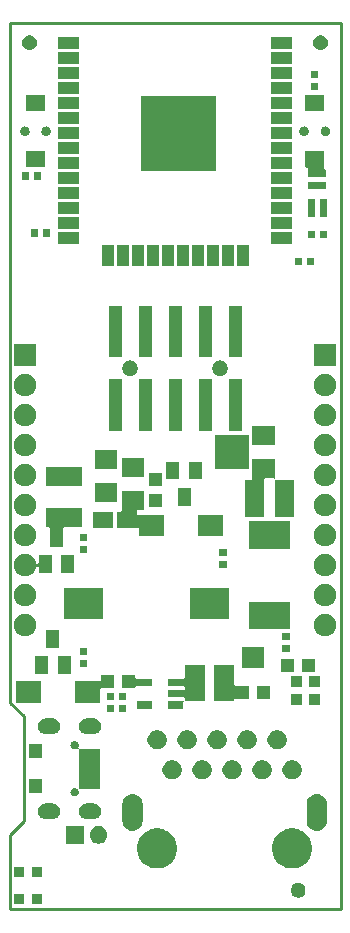
<source format=gbr>
G04 #@! TF.GenerationSoftware,KiCad,Pcbnew,5.1.0-rc1-unknown-9a8afdf~76~ubuntu18.04.1*
G04 #@! TF.CreationDate,2019-02-22T09:22:25+02:00
G04 #@! TF.ProjectId,ESP32-PoE_Rev_C,45535033-322d-4506-9f45-5f5265765f43,C*
G04 #@! TF.SameCoordinates,Original*
G04 #@! TF.FileFunction,Soldermask,Top*
G04 #@! TF.FilePolarity,Negative*
%FSLAX46Y46*%
G04 Gerber Fmt 4.6, Leading zero omitted, Abs format (unit mm)*
G04 Created by KiCad (PCBNEW 5.1.0-rc1-unknown-9a8afdf~76~ubuntu18.04.1) date 2019-02-22 09:22:25*
%MOMM*%
%LPD*%
G04 APERTURE LIST*
%ADD10C,0.254000*%
%ADD11C,0.100000*%
G04 APERTURE END LIST*
D10*
X90150000Y-163830000D02*
X90150000Y-170150000D01*
X91313000Y-162687000D02*
X90150000Y-163830000D01*
X91313000Y-153797000D02*
X91313000Y-162687000D01*
X90150000Y-152654000D02*
X91313000Y-153797000D01*
X90150000Y-152654000D02*
X90150000Y-95150000D01*
X90150000Y-170150000D02*
X118150000Y-170150000D01*
X90150000Y-95150000D02*
X118150000Y-95150000D01*
X118150000Y-170150000D02*
X118150000Y-95150000D01*
D11*
G36*
X92906800Y-169741800D02*
G01*
X92005200Y-169741800D01*
X92005200Y-168840200D01*
X92906800Y-168840200D01*
X92906800Y-169741800D01*
X92906800Y-169741800D01*
G37*
G36*
X91382800Y-169741800D02*
G01*
X90481200Y-169741800D01*
X90481200Y-168840200D01*
X91382800Y-168840200D01*
X91382800Y-169741800D01*
X91382800Y-169741800D01*
G37*
G36*
X114676321Y-167914047D02*
G01*
X114736889Y-167926095D01*
X114793942Y-167949727D01*
X114850997Y-167973360D01*
X114953687Y-168041975D01*
X115041025Y-168129313D01*
X115109640Y-168232003D01*
X115156905Y-168346112D01*
X115181000Y-168467245D01*
X115181000Y-168590755D01*
X115156905Y-168711888D01*
X115109640Y-168825997D01*
X115041025Y-168928687D01*
X114953687Y-169016025D01*
X114850997Y-169084640D01*
X114793943Y-169108272D01*
X114736889Y-169131905D01*
X114676321Y-169143953D01*
X114615755Y-169156000D01*
X114492245Y-169156000D01*
X114431679Y-169143953D01*
X114371111Y-169131905D01*
X114314057Y-169108272D01*
X114257003Y-169084640D01*
X114154313Y-169016025D01*
X114066975Y-168928687D01*
X113998360Y-168825997D01*
X113951095Y-168711888D01*
X113927000Y-168590755D01*
X113927000Y-168467245D01*
X113951095Y-168346112D01*
X113998360Y-168232003D01*
X114066975Y-168129313D01*
X114154313Y-168041975D01*
X114257003Y-167973360D01*
X114314058Y-167949727D01*
X114371111Y-167926095D01*
X114431679Y-167914047D01*
X114492245Y-167902000D01*
X114615755Y-167902000D01*
X114676321Y-167914047D01*
X114676321Y-167914047D01*
G37*
G36*
X91382800Y-167455800D02*
G01*
X90481200Y-167455800D01*
X90481200Y-166554200D01*
X91382800Y-166554200D01*
X91382800Y-167455800D01*
X91382800Y-167455800D01*
G37*
G36*
X92906800Y-167455800D02*
G01*
X92005200Y-167455800D01*
X92005200Y-166554200D01*
X92906800Y-166554200D01*
X92906800Y-167455800D01*
X92906800Y-167455800D01*
G37*
G36*
X114377809Y-163327880D02*
G01*
X114542105Y-163360561D01*
X114723842Y-163435839D01*
X114841294Y-163484489D01*
X114851631Y-163488771D01*
X115130197Y-163674903D01*
X115367097Y-163911803D01*
X115553229Y-164190369D01*
X115681439Y-164499895D01*
X115746800Y-164828486D01*
X115746800Y-165163514D01*
X115681439Y-165492105D01*
X115553229Y-165801631D01*
X115367097Y-166080197D01*
X115130197Y-166317097D01*
X114851631Y-166503229D01*
X114542105Y-166631439D01*
X114377809Y-166664120D01*
X114213515Y-166696800D01*
X113878485Y-166696800D01*
X113714191Y-166664120D01*
X113549895Y-166631439D01*
X113240369Y-166503229D01*
X112961803Y-166317097D01*
X112724903Y-166080197D01*
X112538771Y-165801631D01*
X112410561Y-165492105D01*
X112345200Y-165163514D01*
X112345200Y-164828486D01*
X112410561Y-164499895D01*
X112538771Y-164190369D01*
X112724903Y-163911803D01*
X112961803Y-163674903D01*
X113240369Y-163488771D01*
X113250707Y-163484489D01*
X113368158Y-163435839D01*
X113549895Y-163360561D01*
X113714191Y-163327880D01*
X113878485Y-163295200D01*
X114213515Y-163295200D01*
X114377809Y-163327880D01*
X114377809Y-163327880D01*
G37*
G36*
X102947809Y-163327880D02*
G01*
X103112105Y-163360561D01*
X103293842Y-163435839D01*
X103411294Y-163484489D01*
X103421631Y-163488771D01*
X103700197Y-163674903D01*
X103937097Y-163911803D01*
X104123229Y-164190369D01*
X104251439Y-164499895D01*
X104316800Y-164828486D01*
X104316800Y-165163514D01*
X104251439Y-165492105D01*
X104123229Y-165801631D01*
X103937097Y-166080197D01*
X103700197Y-166317097D01*
X103421631Y-166503229D01*
X103112105Y-166631439D01*
X102947809Y-166664120D01*
X102783515Y-166696800D01*
X102448485Y-166696800D01*
X102284191Y-166664120D01*
X102119895Y-166631439D01*
X101810369Y-166503229D01*
X101531803Y-166317097D01*
X101294903Y-166080197D01*
X101108771Y-165801631D01*
X100980561Y-165492105D01*
X100915200Y-165163514D01*
X100915200Y-164828486D01*
X100980561Y-164499895D01*
X101108771Y-164190369D01*
X101294903Y-163911803D01*
X101531803Y-163674903D01*
X101810369Y-163488771D01*
X101820707Y-163484489D01*
X101938158Y-163435839D01*
X102119895Y-163360561D01*
X102284191Y-163327880D01*
X102448485Y-163295200D01*
X102783515Y-163295200D01*
X102947809Y-163327880D01*
X102947809Y-163327880D01*
G37*
G36*
X96389420Y-164603660D02*
G01*
X94887820Y-164603660D01*
X94887820Y-163102060D01*
X96389420Y-163102060D01*
X96389420Y-164603660D01*
X96389420Y-164603660D01*
G37*
G36*
X97869299Y-163128372D02*
G01*
X98005939Y-163184970D01*
X98128905Y-163267133D01*
X98233487Y-163371715D01*
X98315650Y-163494681D01*
X98372248Y-163631321D01*
X98401100Y-163776371D01*
X98401100Y-163924269D01*
X98372248Y-164069319D01*
X98315650Y-164205959D01*
X98233487Y-164328925D01*
X98128905Y-164433507D01*
X98005939Y-164515670D01*
X97869299Y-164572268D01*
X97724249Y-164601120D01*
X97576351Y-164601120D01*
X97431301Y-164572268D01*
X97294661Y-164515670D01*
X97171695Y-164433507D01*
X97067113Y-164328925D01*
X96984950Y-164205959D01*
X96928352Y-164069319D01*
X96899500Y-163924269D01*
X96899500Y-163776371D01*
X96928352Y-163631321D01*
X96984950Y-163494681D01*
X97067113Y-163371715D01*
X97171695Y-163267133D01*
X97294661Y-163184970D01*
X97431301Y-163128372D01*
X97576351Y-163099520D01*
X97724249Y-163099520D01*
X97869299Y-163128372D01*
X97869299Y-163128372D01*
G37*
G36*
X100697786Y-160407511D02*
G01*
X100858160Y-160456161D01*
X101005967Y-160535164D01*
X101135517Y-160641484D01*
X101241838Y-160771036D01*
X101320840Y-160918839D01*
X101369490Y-161079214D01*
X101381800Y-161204207D01*
X101381800Y-162687793D01*
X101369490Y-162812786D01*
X101320840Y-162973161D01*
X101241838Y-163120964D01*
X101135517Y-163250516D01*
X101005965Y-163356837D01*
X100858162Y-163435839D01*
X100697787Y-163484489D01*
X100531000Y-163500915D01*
X100364214Y-163484489D01*
X100203839Y-163435839D01*
X100056036Y-163356837D01*
X99926484Y-163250516D01*
X99820163Y-163120964D01*
X99741161Y-162973161D01*
X99692511Y-162812786D01*
X99680201Y-162687793D01*
X99680200Y-161204208D01*
X99692510Y-161079215D01*
X99741160Y-160918841D01*
X99820163Y-160771034D01*
X99926483Y-160641484D01*
X100056035Y-160535163D01*
X100203838Y-160456161D01*
X100364213Y-160407511D01*
X100531000Y-160391085D01*
X100697786Y-160407511D01*
X100697786Y-160407511D01*
G37*
G36*
X116297786Y-160407511D02*
G01*
X116458160Y-160456161D01*
X116605967Y-160535164D01*
X116735517Y-160641484D01*
X116841838Y-160771036D01*
X116920840Y-160918839D01*
X116969490Y-161079214D01*
X116981800Y-161204207D01*
X116981800Y-162687793D01*
X116969490Y-162812786D01*
X116920840Y-162973161D01*
X116841838Y-163120964D01*
X116735517Y-163250516D01*
X116605965Y-163356837D01*
X116458162Y-163435839D01*
X116297787Y-163484489D01*
X116131000Y-163500915D01*
X115964214Y-163484489D01*
X115803839Y-163435839D01*
X115656036Y-163356837D01*
X115526484Y-163250516D01*
X115420163Y-163120964D01*
X115341161Y-162973161D01*
X115292511Y-162812786D01*
X115280201Y-162687793D01*
X115280200Y-161204208D01*
X115292510Y-161079215D01*
X115341160Y-160918841D01*
X115420163Y-160771034D01*
X115526483Y-160641484D01*
X115656035Y-160535163D01*
X115803838Y-160456161D01*
X115964213Y-160407511D01*
X116131000Y-160391085D01*
X116297786Y-160407511D01*
X116297786Y-160407511D01*
G37*
G36*
X93855771Y-161195909D02*
G01*
X93903579Y-161200617D01*
X94026255Y-161237831D01*
X94026258Y-161237832D01*
X94139313Y-161298261D01*
X94238412Y-161379588D01*
X94319739Y-161478687D01*
X94380168Y-161591742D01*
X94380169Y-161591745D01*
X94417383Y-161714421D01*
X94429948Y-161842000D01*
X94417383Y-161969579D01*
X94380169Y-162092255D01*
X94380168Y-162092258D01*
X94319739Y-162205313D01*
X94238412Y-162304412D01*
X94139313Y-162385739D01*
X94026258Y-162446168D01*
X94026255Y-162446169D01*
X93903579Y-162483383D01*
X93855771Y-162488091D01*
X93807965Y-162492800D01*
X93144035Y-162492800D01*
X93096229Y-162488091D01*
X93048421Y-162483383D01*
X92925745Y-162446169D01*
X92925742Y-162446168D01*
X92812687Y-162385739D01*
X92713588Y-162304412D01*
X92632261Y-162205313D01*
X92571832Y-162092258D01*
X92571831Y-162092255D01*
X92534617Y-161969579D01*
X92522052Y-161842000D01*
X92534617Y-161714421D01*
X92571831Y-161591745D01*
X92571832Y-161591742D01*
X92632261Y-161478687D01*
X92713588Y-161379588D01*
X92812687Y-161298261D01*
X92925742Y-161237832D01*
X92925745Y-161237831D01*
X93048421Y-161200617D01*
X93096229Y-161195909D01*
X93144035Y-161191200D01*
X93807965Y-161191200D01*
X93855771Y-161195909D01*
X93855771Y-161195909D01*
G37*
G36*
X97325771Y-161195909D02*
G01*
X97373579Y-161200617D01*
X97496255Y-161237831D01*
X97496258Y-161237832D01*
X97609313Y-161298261D01*
X97708412Y-161379588D01*
X97789739Y-161478687D01*
X97850168Y-161591742D01*
X97850169Y-161591745D01*
X97887383Y-161714421D01*
X97899948Y-161842000D01*
X97887383Y-161969579D01*
X97850169Y-162092255D01*
X97850168Y-162092258D01*
X97789739Y-162205313D01*
X97708412Y-162304412D01*
X97609313Y-162385739D01*
X97496258Y-162446168D01*
X97496255Y-162446169D01*
X97373579Y-162483383D01*
X97325771Y-162488091D01*
X97277965Y-162492800D01*
X96614035Y-162492800D01*
X96566229Y-162488091D01*
X96518421Y-162483383D01*
X96395745Y-162446169D01*
X96395742Y-162446168D01*
X96282687Y-162385739D01*
X96183588Y-162304412D01*
X96102261Y-162205313D01*
X96041832Y-162092258D01*
X96041831Y-162092255D01*
X96004617Y-161969579D01*
X95992052Y-161842000D01*
X96004617Y-161714421D01*
X96041831Y-161591745D01*
X96041832Y-161591742D01*
X96102261Y-161478687D01*
X96183588Y-161379588D01*
X96282687Y-161298261D01*
X96395742Y-161237832D01*
X96395745Y-161237831D01*
X96518421Y-161200617D01*
X96566229Y-161195909D01*
X96614035Y-161191200D01*
X97277965Y-161191200D01*
X97325771Y-161195909D01*
X97325771Y-161195909D01*
G37*
G36*
X95728324Y-155904681D02*
G01*
X95792166Y-155931125D01*
X95849622Y-155969516D01*
X95898484Y-156018378D01*
X95936875Y-156075834D01*
X95963319Y-156139676D01*
X95976800Y-156207449D01*
X95976800Y-156276551D01*
X95963319Y-156344324D01*
X95948178Y-156380877D01*
X95941069Y-156404314D01*
X95938667Y-156428700D01*
X95941069Y-156453086D01*
X95948182Y-156476535D01*
X95959732Y-156498146D01*
X95975278Y-156517088D01*
X95994219Y-156532633D01*
X96015830Y-156544185D01*
X96039279Y-156551298D01*
X96063666Y-156553700D01*
X97751800Y-156553700D01*
X97751800Y-159930300D01*
X96063666Y-159930300D01*
X96039280Y-159932702D01*
X96015831Y-159939815D01*
X95994220Y-159951366D01*
X95975278Y-159966911D01*
X95959733Y-159985853D01*
X95948182Y-160007464D01*
X95941069Y-160030913D01*
X95938667Y-160055299D01*
X95941069Y-160079685D01*
X95948178Y-160103123D01*
X95963319Y-160139676D01*
X95976800Y-160207449D01*
X95976800Y-160276551D01*
X95963319Y-160344324D01*
X95936875Y-160408166D01*
X95898484Y-160465622D01*
X95849622Y-160514484D01*
X95792166Y-160552875D01*
X95728324Y-160579319D01*
X95660551Y-160592800D01*
X95591449Y-160592800D01*
X95523676Y-160579319D01*
X95459834Y-160552875D01*
X95402378Y-160514484D01*
X95353516Y-160465622D01*
X95315125Y-160408166D01*
X95288681Y-160344324D01*
X95275200Y-160276551D01*
X95275200Y-160207449D01*
X95288681Y-160139676D01*
X95315125Y-160075834D01*
X95353516Y-160018378D01*
X95402378Y-159969516D01*
X95459834Y-159931125D01*
X95523676Y-159904681D01*
X95591449Y-159891200D01*
X95660551Y-159891200D01*
X95728324Y-159904681D01*
X95792166Y-159931125D01*
X95805763Y-159940210D01*
X95827366Y-159951757D01*
X95850815Y-159958870D01*
X95875201Y-159961272D01*
X95899587Y-159958870D01*
X95923036Y-159951757D01*
X95944647Y-159940206D01*
X95963589Y-159924661D01*
X95979134Y-159905719D01*
X95990685Y-159884108D01*
X95997798Y-159860659D01*
X96000200Y-159836273D01*
X96000200Y-156647727D01*
X95997798Y-156623341D01*
X95990685Y-156599892D01*
X95979134Y-156578281D01*
X95963589Y-156559339D01*
X95944647Y-156543794D01*
X95923036Y-156532243D01*
X95899587Y-156525130D01*
X95875201Y-156522728D01*
X95850815Y-156525130D01*
X95827366Y-156532243D01*
X95805763Y-156543790D01*
X95792166Y-156552875D01*
X95728324Y-156579319D01*
X95660551Y-156592800D01*
X95591449Y-156592800D01*
X95523676Y-156579319D01*
X95459834Y-156552875D01*
X95402378Y-156514484D01*
X95353516Y-156465622D01*
X95315125Y-156408166D01*
X95288681Y-156344324D01*
X95275200Y-156276551D01*
X95275200Y-156207449D01*
X95288681Y-156139676D01*
X95315125Y-156075834D01*
X95353516Y-156018378D01*
X95402378Y-155969516D01*
X95459834Y-155931125D01*
X95523676Y-155904681D01*
X95591449Y-155891200D01*
X95660551Y-155891200D01*
X95728324Y-155904681D01*
X95728324Y-155904681D01*
G37*
G36*
X92876800Y-160342800D02*
G01*
X91775200Y-160342800D01*
X91775200Y-159141200D01*
X92876800Y-159141200D01*
X92876800Y-160342800D01*
X92876800Y-160342800D01*
G37*
G36*
X104123085Y-157564435D02*
G01*
X104271004Y-157625705D01*
X104271005Y-157625706D01*
X104404130Y-157714657D01*
X104517343Y-157827870D01*
X104517344Y-157827872D01*
X104606295Y-157960996D01*
X104667565Y-158108915D01*
X104698800Y-158265945D01*
X104698800Y-158426055D01*
X104667565Y-158583085D01*
X104606295Y-158731004D01*
X104606294Y-158731005D01*
X104517343Y-158864130D01*
X104404130Y-158977343D01*
X104337115Y-159022121D01*
X104271004Y-159066295D01*
X104123085Y-159127565D01*
X103966055Y-159158800D01*
X103805945Y-159158800D01*
X103648915Y-159127565D01*
X103500996Y-159066295D01*
X103434885Y-159022121D01*
X103367870Y-158977343D01*
X103254657Y-158864130D01*
X103165706Y-158731005D01*
X103165705Y-158731004D01*
X103104435Y-158583085D01*
X103073200Y-158426055D01*
X103073200Y-158265945D01*
X103104435Y-158108915D01*
X103165705Y-157960996D01*
X103254656Y-157827872D01*
X103254657Y-157827870D01*
X103367870Y-157714657D01*
X103500995Y-157625706D01*
X103500996Y-157625705D01*
X103648915Y-157564435D01*
X103805945Y-157533200D01*
X103966055Y-157533200D01*
X104123085Y-157564435D01*
X104123085Y-157564435D01*
G37*
G36*
X106663085Y-157564435D02*
G01*
X106811004Y-157625705D01*
X106811005Y-157625706D01*
X106944130Y-157714657D01*
X107057343Y-157827870D01*
X107057344Y-157827872D01*
X107146295Y-157960996D01*
X107207565Y-158108915D01*
X107238800Y-158265945D01*
X107238800Y-158426055D01*
X107207565Y-158583085D01*
X107146295Y-158731004D01*
X107146294Y-158731005D01*
X107057343Y-158864130D01*
X106944130Y-158977343D01*
X106877115Y-159022121D01*
X106811004Y-159066295D01*
X106663085Y-159127565D01*
X106506055Y-159158800D01*
X106345945Y-159158800D01*
X106188915Y-159127565D01*
X106040996Y-159066295D01*
X105974885Y-159022121D01*
X105907870Y-158977343D01*
X105794657Y-158864130D01*
X105705706Y-158731005D01*
X105705705Y-158731004D01*
X105644435Y-158583085D01*
X105613200Y-158426055D01*
X105613200Y-158265945D01*
X105644435Y-158108915D01*
X105705705Y-157960996D01*
X105794656Y-157827872D01*
X105794657Y-157827870D01*
X105907870Y-157714657D01*
X106040995Y-157625706D01*
X106040996Y-157625705D01*
X106188915Y-157564435D01*
X106345945Y-157533200D01*
X106506055Y-157533200D01*
X106663085Y-157564435D01*
X106663085Y-157564435D01*
G37*
G36*
X109203085Y-157564435D02*
G01*
X109351004Y-157625705D01*
X109351005Y-157625706D01*
X109484130Y-157714657D01*
X109597343Y-157827870D01*
X109597344Y-157827872D01*
X109686295Y-157960996D01*
X109747565Y-158108915D01*
X109778800Y-158265945D01*
X109778800Y-158426055D01*
X109747565Y-158583085D01*
X109686295Y-158731004D01*
X109686294Y-158731005D01*
X109597343Y-158864130D01*
X109484130Y-158977343D01*
X109417115Y-159022121D01*
X109351004Y-159066295D01*
X109203085Y-159127565D01*
X109046055Y-159158800D01*
X108885945Y-159158800D01*
X108728915Y-159127565D01*
X108580996Y-159066295D01*
X108514885Y-159022121D01*
X108447870Y-158977343D01*
X108334657Y-158864130D01*
X108245706Y-158731005D01*
X108245705Y-158731004D01*
X108184435Y-158583085D01*
X108153200Y-158426055D01*
X108153200Y-158265945D01*
X108184435Y-158108915D01*
X108245705Y-157960996D01*
X108334656Y-157827872D01*
X108334657Y-157827870D01*
X108447870Y-157714657D01*
X108580995Y-157625706D01*
X108580996Y-157625705D01*
X108728915Y-157564435D01*
X108885945Y-157533200D01*
X109046055Y-157533200D01*
X109203085Y-157564435D01*
X109203085Y-157564435D01*
G37*
G36*
X111743085Y-157564435D02*
G01*
X111891004Y-157625705D01*
X111891005Y-157625706D01*
X112024130Y-157714657D01*
X112137343Y-157827870D01*
X112137344Y-157827872D01*
X112226295Y-157960996D01*
X112287565Y-158108915D01*
X112318800Y-158265945D01*
X112318800Y-158426055D01*
X112287565Y-158583085D01*
X112226295Y-158731004D01*
X112226294Y-158731005D01*
X112137343Y-158864130D01*
X112024130Y-158977343D01*
X111957115Y-159022121D01*
X111891004Y-159066295D01*
X111743085Y-159127565D01*
X111586055Y-159158800D01*
X111425945Y-159158800D01*
X111268915Y-159127565D01*
X111120996Y-159066295D01*
X111054885Y-159022121D01*
X110987870Y-158977343D01*
X110874657Y-158864130D01*
X110785706Y-158731005D01*
X110785705Y-158731004D01*
X110724435Y-158583085D01*
X110693200Y-158426055D01*
X110693200Y-158265945D01*
X110724435Y-158108915D01*
X110785705Y-157960996D01*
X110874656Y-157827872D01*
X110874657Y-157827870D01*
X110987870Y-157714657D01*
X111120995Y-157625706D01*
X111120996Y-157625705D01*
X111268915Y-157564435D01*
X111425945Y-157533200D01*
X111586055Y-157533200D01*
X111743085Y-157564435D01*
X111743085Y-157564435D01*
G37*
G36*
X114283085Y-157564435D02*
G01*
X114431004Y-157625705D01*
X114431005Y-157625706D01*
X114564130Y-157714657D01*
X114677343Y-157827870D01*
X114677344Y-157827872D01*
X114766295Y-157960996D01*
X114827565Y-158108915D01*
X114858800Y-158265945D01*
X114858800Y-158426055D01*
X114827565Y-158583085D01*
X114766295Y-158731004D01*
X114766294Y-158731005D01*
X114677343Y-158864130D01*
X114564130Y-158977343D01*
X114497115Y-159022121D01*
X114431004Y-159066295D01*
X114283085Y-159127565D01*
X114126055Y-159158800D01*
X113965945Y-159158800D01*
X113808915Y-159127565D01*
X113660996Y-159066295D01*
X113594885Y-159022121D01*
X113527870Y-158977343D01*
X113414657Y-158864130D01*
X113325706Y-158731005D01*
X113325705Y-158731004D01*
X113264435Y-158583085D01*
X113233200Y-158426055D01*
X113233200Y-158265945D01*
X113264435Y-158108915D01*
X113325705Y-157960996D01*
X113414656Y-157827872D01*
X113414657Y-157827870D01*
X113527870Y-157714657D01*
X113660995Y-157625706D01*
X113660996Y-157625705D01*
X113808915Y-157564435D01*
X113965945Y-157533200D01*
X114126055Y-157533200D01*
X114283085Y-157564435D01*
X114283085Y-157564435D01*
G37*
G36*
X92876800Y-157342800D02*
G01*
X91775200Y-157342800D01*
X91775200Y-156141200D01*
X92876800Y-156141200D01*
X92876800Y-157342800D01*
X92876800Y-157342800D01*
G37*
G36*
X107933085Y-155024435D02*
G01*
X108081004Y-155085705D01*
X108081005Y-155085706D01*
X108214130Y-155174657D01*
X108327343Y-155287870D01*
X108327344Y-155287872D01*
X108416295Y-155420996D01*
X108477565Y-155568915D01*
X108508800Y-155725945D01*
X108508800Y-155886055D01*
X108477565Y-156043085D01*
X108416295Y-156191004D01*
X108416294Y-156191005D01*
X108327343Y-156324130D01*
X108214130Y-156437343D01*
X108190569Y-156453086D01*
X108081004Y-156526295D01*
X107933085Y-156587565D01*
X107776055Y-156618800D01*
X107615945Y-156618800D01*
X107458915Y-156587565D01*
X107310996Y-156526295D01*
X107201431Y-156453086D01*
X107177870Y-156437343D01*
X107064657Y-156324130D01*
X106975706Y-156191005D01*
X106975705Y-156191004D01*
X106914435Y-156043085D01*
X106883200Y-155886055D01*
X106883200Y-155725945D01*
X106914435Y-155568915D01*
X106975705Y-155420996D01*
X107064656Y-155287872D01*
X107064657Y-155287870D01*
X107177870Y-155174657D01*
X107310995Y-155085706D01*
X107310996Y-155085705D01*
X107458915Y-155024435D01*
X107615945Y-154993200D01*
X107776055Y-154993200D01*
X107933085Y-155024435D01*
X107933085Y-155024435D01*
G37*
G36*
X113013085Y-155024435D02*
G01*
X113161004Y-155085705D01*
X113161005Y-155085706D01*
X113294130Y-155174657D01*
X113407343Y-155287870D01*
X113407344Y-155287872D01*
X113496295Y-155420996D01*
X113557565Y-155568915D01*
X113588800Y-155725945D01*
X113588800Y-155886055D01*
X113557565Y-156043085D01*
X113496295Y-156191004D01*
X113496294Y-156191005D01*
X113407343Y-156324130D01*
X113294130Y-156437343D01*
X113270569Y-156453086D01*
X113161004Y-156526295D01*
X113013085Y-156587565D01*
X112856055Y-156618800D01*
X112695945Y-156618800D01*
X112538915Y-156587565D01*
X112390996Y-156526295D01*
X112281431Y-156453086D01*
X112257870Y-156437343D01*
X112144657Y-156324130D01*
X112055706Y-156191005D01*
X112055705Y-156191004D01*
X111994435Y-156043085D01*
X111963200Y-155886055D01*
X111963200Y-155725945D01*
X111994435Y-155568915D01*
X112055705Y-155420996D01*
X112144656Y-155287872D01*
X112144657Y-155287870D01*
X112257870Y-155174657D01*
X112390995Y-155085706D01*
X112390996Y-155085705D01*
X112538915Y-155024435D01*
X112695945Y-154993200D01*
X112856055Y-154993200D01*
X113013085Y-155024435D01*
X113013085Y-155024435D01*
G37*
G36*
X110473085Y-155024435D02*
G01*
X110621004Y-155085705D01*
X110621005Y-155085706D01*
X110754130Y-155174657D01*
X110867343Y-155287870D01*
X110867344Y-155287872D01*
X110956295Y-155420996D01*
X111017565Y-155568915D01*
X111048800Y-155725945D01*
X111048800Y-155886055D01*
X111017565Y-156043085D01*
X110956295Y-156191004D01*
X110956294Y-156191005D01*
X110867343Y-156324130D01*
X110754130Y-156437343D01*
X110730569Y-156453086D01*
X110621004Y-156526295D01*
X110473085Y-156587565D01*
X110316055Y-156618800D01*
X110155945Y-156618800D01*
X109998915Y-156587565D01*
X109850996Y-156526295D01*
X109741431Y-156453086D01*
X109717870Y-156437343D01*
X109604657Y-156324130D01*
X109515706Y-156191005D01*
X109515705Y-156191004D01*
X109454435Y-156043085D01*
X109423200Y-155886055D01*
X109423200Y-155725945D01*
X109454435Y-155568915D01*
X109515705Y-155420996D01*
X109604656Y-155287872D01*
X109604657Y-155287870D01*
X109717870Y-155174657D01*
X109850995Y-155085706D01*
X109850996Y-155085705D01*
X109998915Y-155024435D01*
X110155945Y-154993200D01*
X110316055Y-154993200D01*
X110473085Y-155024435D01*
X110473085Y-155024435D01*
G37*
G36*
X102853085Y-155024435D02*
G01*
X103001004Y-155085705D01*
X103001005Y-155085706D01*
X103134130Y-155174657D01*
X103247343Y-155287870D01*
X103247344Y-155287872D01*
X103336295Y-155420996D01*
X103397565Y-155568915D01*
X103428800Y-155725945D01*
X103428800Y-155886055D01*
X103397565Y-156043085D01*
X103336295Y-156191004D01*
X103336294Y-156191005D01*
X103247343Y-156324130D01*
X103134130Y-156437343D01*
X103110569Y-156453086D01*
X103001004Y-156526295D01*
X102853085Y-156587565D01*
X102696055Y-156618800D01*
X102535945Y-156618800D01*
X102378915Y-156587565D01*
X102230996Y-156526295D01*
X102121431Y-156453086D01*
X102097870Y-156437343D01*
X101984657Y-156324130D01*
X101895706Y-156191005D01*
X101895705Y-156191004D01*
X101834435Y-156043085D01*
X101803200Y-155886055D01*
X101803200Y-155725945D01*
X101834435Y-155568915D01*
X101895705Y-155420996D01*
X101984656Y-155287872D01*
X101984657Y-155287870D01*
X102097870Y-155174657D01*
X102230995Y-155085706D01*
X102230996Y-155085705D01*
X102378915Y-155024435D01*
X102535945Y-154993200D01*
X102696055Y-154993200D01*
X102853085Y-155024435D01*
X102853085Y-155024435D01*
G37*
G36*
X105393085Y-155024435D02*
G01*
X105541004Y-155085705D01*
X105541005Y-155085706D01*
X105674130Y-155174657D01*
X105787343Y-155287870D01*
X105787344Y-155287872D01*
X105876295Y-155420996D01*
X105937565Y-155568915D01*
X105968800Y-155725945D01*
X105968800Y-155886055D01*
X105937565Y-156043085D01*
X105876295Y-156191004D01*
X105876294Y-156191005D01*
X105787343Y-156324130D01*
X105674130Y-156437343D01*
X105650569Y-156453086D01*
X105541004Y-156526295D01*
X105393085Y-156587565D01*
X105236055Y-156618800D01*
X105075945Y-156618800D01*
X104918915Y-156587565D01*
X104770996Y-156526295D01*
X104661431Y-156453086D01*
X104637870Y-156437343D01*
X104524657Y-156324130D01*
X104435706Y-156191005D01*
X104435705Y-156191004D01*
X104374435Y-156043085D01*
X104343200Y-155886055D01*
X104343200Y-155725945D01*
X104374435Y-155568915D01*
X104435705Y-155420996D01*
X104524656Y-155287872D01*
X104524657Y-155287870D01*
X104637870Y-155174657D01*
X104770995Y-155085706D01*
X104770996Y-155085705D01*
X104918915Y-155024435D01*
X105075945Y-154993200D01*
X105236055Y-154993200D01*
X105393085Y-155024435D01*
X105393085Y-155024435D01*
G37*
G36*
X93855771Y-153995909D02*
G01*
X93903579Y-154000617D01*
X94026255Y-154037831D01*
X94026258Y-154037832D01*
X94139313Y-154098261D01*
X94238412Y-154179588D01*
X94319739Y-154278687D01*
X94380168Y-154391742D01*
X94380169Y-154391745D01*
X94417383Y-154514421D01*
X94429948Y-154642000D01*
X94417383Y-154769579D01*
X94380169Y-154892255D01*
X94380168Y-154892258D01*
X94319739Y-155005313D01*
X94238412Y-155104412D01*
X94139313Y-155185739D01*
X94026258Y-155246168D01*
X94026255Y-155246169D01*
X93903579Y-155283383D01*
X93858020Y-155287870D01*
X93807965Y-155292800D01*
X93144035Y-155292800D01*
X93093980Y-155287870D01*
X93048421Y-155283383D01*
X92925745Y-155246169D01*
X92925742Y-155246168D01*
X92812687Y-155185739D01*
X92713588Y-155104412D01*
X92632261Y-155005313D01*
X92571832Y-154892258D01*
X92571831Y-154892255D01*
X92534617Y-154769579D01*
X92522052Y-154642000D01*
X92534617Y-154514421D01*
X92571831Y-154391745D01*
X92571832Y-154391742D01*
X92632261Y-154278687D01*
X92713588Y-154179588D01*
X92812687Y-154098261D01*
X92925742Y-154037832D01*
X92925745Y-154037831D01*
X93048421Y-154000617D01*
X93096229Y-153995909D01*
X93144035Y-153991200D01*
X93807965Y-153991200D01*
X93855771Y-153995909D01*
X93855771Y-153995909D01*
G37*
G36*
X97325771Y-153995909D02*
G01*
X97373579Y-154000617D01*
X97496255Y-154037831D01*
X97496258Y-154037832D01*
X97609313Y-154098261D01*
X97708412Y-154179588D01*
X97789739Y-154278687D01*
X97850168Y-154391742D01*
X97850169Y-154391745D01*
X97887383Y-154514421D01*
X97899948Y-154642000D01*
X97887383Y-154769579D01*
X97850169Y-154892255D01*
X97850168Y-154892258D01*
X97789739Y-155005313D01*
X97708412Y-155104412D01*
X97609313Y-155185739D01*
X97496258Y-155246168D01*
X97496255Y-155246169D01*
X97373579Y-155283383D01*
X97328020Y-155287870D01*
X97277965Y-155292800D01*
X96614035Y-155292800D01*
X96563980Y-155287870D01*
X96518421Y-155283383D01*
X96395745Y-155246169D01*
X96395742Y-155246168D01*
X96282687Y-155185739D01*
X96183588Y-155104412D01*
X96102261Y-155005313D01*
X96041832Y-154892258D01*
X96041831Y-154892255D01*
X96004617Y-154769579D01*
X95992052Y-154642000D01*
X96004617Y-154514421D01*
X96041831Y-154391745D01*
X96041832Y-154391742D01*
X96102261Y-154278687D01*
X96183588Y-154179588D01*
X96282687Y-154098261D01*
X96395742Y-154037832D01*
X96395745Y-154037831D01*
X96518421Y-154000617D01*
X96566229Y-153995909D01*
X96614035Y-153991200D01*
X97277965Y-153991200D01*
X97325771Y-153995909D01*
X97325771Y-153995909D01*
G37*
G36*
X100020800Y-153462800D02*
G01*
X99369200Y-153462800D01*
X99369200Y-152861200D01*
X100020800Y-152861200D01*
X100020800Y-153462800D01*
X100020800Y-153462800D01*
G37*
G36*
X99004800Y-153462800D02*
G01*
X98353200Y-153462800D01*
X98353200Y-152861200D01*
X99004800Y-152861200D01*
X99004800Y-153462800D01*
X99004800Y-153462800D01*
G37*
G36*
X102220800Y-153167800D02*
G01*
X100919200Y-153167800D01*
X100919200Y-152516200D01*
X102220800Y-152516200D01*
X102220800Y-153167800D01*
X102220800Y-153167800D01*
G37*
G36*
X106711800Y-152553800D02*
G01*
X104945799Y-152553800D01*
X104921413Y-152556202D01*
X104897964Y-152563315D01*
X104876353Y-152574866D01*
X104857411Y-152590411D01*
X104841866Y-152609353D01*
X104830315Y-152630964D01*
X104823202Y-152654413D01*
X104820800Y-152678799D01*
X104820800Y-153167800D01*
X103519200Y-153167800D01*
X103519200Y-152516200D01*
X104885201Y-152516200D01*
X104909587Y-152513798D01*
X104933036Y-152506685D01*
X104954647Y-152495134D01*
X104973589Y-152479589D01*
X104989134Y-152460647D01*
X105000685Y-152439036D01*
X105007798Y-152415587D01*
X105010200Y-152391201D01*
X105010200Y-152342799D01*
X105007798Y-152318413D01*
X105000685Y-152294964D01*
X104989134Y-152273353D01*
X104973589Y-152254411D01*
X104954647Y-152238866D01*
X104933036Y-152227315D01*
X104909587Y-152220202D01*
X104885201Y-152217800D01*
X103519200Y-152217800D01*
X103519200Y-151566200D01*
X104885201Y-151566200D01*
X104909587Y-151563798D01*
X104933036Y-151556685D01*
X104954647Y-151545134D01*
X104973589Y-151529589D01*
X104989134Y-151510647D01*
X105000685Y-151489036D01*
X105007798Y-151465587D01*
X105010200Y-151441201D01*
X105010200Y-151392799D01*
X105007798Y-151368413D01*
X105000685Y-151344964D01*
X104989134Y-151323353D01*
X104973589Y-151304411D01*
X104954647Y-151288866D01*
X104933036Y-151277315D01*
X104909587Y-151270202D01*
X104885201Y-151267800D01*
X103519200Y-151267800D01*
X103519200Y-150616200D01*
X104885201Y-150616200D01*
X104909587Y-150613798D01*
X104933036Y-150606685D01*
X104954647Y-150595134D01*
X104973589Y-150579589D01*
X104989134Y-150560647D01*
X105000685Y-150539036D01*
X105007798Y-150515587D01*
X105010200Y-150491201D01*
X105010200Y-149452200D01*
X106711800Y-149452200D01*
X106711800Y-152553800D01*
X106711800Y-152553800D01*
G37*
G36*
X116401800Y-152850800D02*
G01*
X115500200Y-152850800D01*
X115500200Y-151949200D01*
X116401800Y-151949200D01*
X116401800Y-152850800D01*
X116401800Y-152850800D01*
G37*
G36*
X114877800Y-152850800D02*
G01*
X113976200Y-152850800D01*
X113976200Y-151949200D01*
X114877800Y-151949200D01*
X114877800Y-152850800D01*
X114877800Y-152850800D01*
G37*
G36*
X92784800Y-152665800D02*
G01*
X90683200Y-152665800D01*
X90683200Y-150864200D01*
X92784800Y-150864200D01*
X92784800Y-152665800D01*
X92784800Y-152665800D01*
G37*
G36*
X98983800Y-151434800D02*
G01*
X97909799Y-151434800D01*
X97885413Y-151437202D01*
X97861964Y-151444315D01*
X97840353Y-151455866D01*
X97821411Y-151471411D01*
X97805866Y-151490353D01*
X97794315Y-151511964D01*
X97787202Y-151535413D01*
X97784800Y-151559799D01*
X97784800Y-152665800D01*
X95683200Y-152665800D01*
X95683200Y-150864200D01*
X97741201Y-150864200D01*
X97765587Y-150861798D01*
X97789036Y-150854685D01*
X97810647Y-150843134D01*
X97829589Y-150827589D01*
X97845134Y-150808647D01*
X97856685Y-150787036D01*
X97863798Y-150763587D01*
X97866200Y-150739201D01*
X97866200Y-150317200D01*
X98983800Y-150317200D01*
X98983800Y-151434800D01*
X98983800Y-151434800D01*
G37*
G36*
X109111800Y-151081201D02*
G01*
X109114202Y-151105587D01*
X109121315Y-151129036D01*
X109132866Y-151150647D01*
X109148411Y-151169589D01*
X109167353Y-151185134D01*
X109188964Y-151196685D01*
X109212413Y-151203798D01*
X109236799Y-151206200D01*
X110413800Y-151206200D01*
X110413800Y-152323800D01*
X109236799Y-152323800D01*
X109212413Y-152326202D01*
X109188964Y-152333315D01*
X109167353Y-152344866D01*
X109148411Y-152360411D01*
X109132866Y-152379353D01*
X109121315Y-152400964D01*
X109114202Y-152424413D01*
X109111800Y-152448799D01*
X109111800Y-152553800D01*
X107410200Y-152553800D01*
X107410200Y-149452200D01*
X109111800Y-149452200D01*
X109111800Y-151081201D01*
X109111800Y-151081201D01*
G37*
G36*
X100020800Y-152446800D02*
G01*
X99369200Y-152446800D01*
X99369200Y-151845200D01*
X100020800Y-151845200D01*
X100020800Y-152446800D01*
X100020800Y-152446800D01*
G37*
G36*
X99004800Y-152446800D02*
G01*
X98353200Y-152446800D01*
X98353200Y-151845200D01*
X99004800Y-151845200D01*
X99004800Y-152446800D01*
X99004800Y-152446800D01*
G37*
G36*
X112191800Y-152323800D02*
G01*
X111074200Y-152323800D01*
X111074200Y-151206200D01*
X112191800Y-151206200D01*
X112191800Y-152323800D01*
X112191800Y-152323800D01*
G37*
G36*
X100761800Y-150491201D02*
G01*
X100764202Y-150515587D01*
X100771315Y-150539036D01*
X100782866Y-150560647D01*
X100798411Y-150579589D01*
X100817353Y-150595134D01*
X100838964Y-150606685D01*
X100862413Y-150613798D01*
X100886799Y-150616200D01*
X102220800Y-150616200D01*
X102220800Y-151267800D01*
X100886799Y-151267800D01*
X100862413Y-151270202D01*
X100838964Y-151277315D01*
X100817353Y-151288866D01*
X100798411Y-151304411D01*
X100782866Y-151323353D01*
X100771315Y-151344964D01*
X100764202Y-151368413D01*
X100761800Y-151392799D01*
X100761800Y-151434800D01*
X99644200Y-151434800D01*
X99644200Y-150317200D01*
X100761800Y-150317200D01*
X100761800Y-150491201D01*
X100761800Y-150491201D01*
G37*
G36*
X114877800Y-151326800D02*
G01*
X113976200Y-151326800D01*
X113976200Y-150425200D01*
X114877800Y-150425200D01*
X114877800Y-151326800D01*
X114877800Y-151326800D01*
G37*
G36*
X116401800Y-151326800D02*
G01*
X115500200Y-151326800D01*
X115500200Y-150425200D01*
X116401800Y-150425200D01*
X116401800Y-151326800D01*
X116401800Y-151326800D01*
G37*
G36*
X95292800Y-150229800D02*
G01*
X94191200Y-150229800D01*
X94191200Y-148728200D01*
X95292800Y-148728200D01*
X95292800Y-150229800D01*
X95292800Y-150229800D01*
G37*
G36*
X93390340Y-150229800D02*
G01*
X92288740Y-150229800D01*
X92288740Y-148728200D01*
X93390340Y-148728200D01*
X93390340Y-150229800D01*
X93390340Y-150229800D01*
G37*
G36*
X114223800Y-150037800D02*
G01*
X113106200Y-150037800D01*
X113106200Y-148920200D01*
X114223800Y-148920200D01*
X114223800Y-150037800D01*
X114223800Y-150037800D01*
G37*
G36*
X116001800Y-150037800D02*
G01*
X114884200Y-150037800D01*
X114884200Y-148920200D01*
X116001800Y-148920200D01*
X116001800Y-150037800D01*
X116001800Y-150037800D01*
G37*
G36*
X111655200Y-149755200D02*
G01*
X109832800Y-149755200D01*
X109832800Y-147932800D01*
X111655200Y-147932800D01*
X111655200Y-149755200D01*
X111655200Y-149755200D01*
G37*
G36*
X96718800Y-149652800D02*
G01*
X96067200Y-149652800D01*
X96067200Y-149051200D01*
X96718800Y-149051200D01*
X96718800Y-149652800D01*
X96718800Y-149652800D01*
G37*
G36*
X96718800Y-148636800D02*
G01*
X96067200Y-148636800D01*
X96067200Y-148035200D01*
X96718800Y-148035200D01*
X96718800Y-148636800D01*
X96718800Y-148636800D01*
G37*
G36*
X113863800Y-148382800D02*
G01*
X113212200Y-148382800D01*
X113212200Y-147781200D01*
X113863800Y-147781200D01*
X113863800Y-148382800D01*
X113863800Y-148382800D01*
G37*
G36*
X94337760Y-148020000D02*
G01*
X93236160Y-148020000D01*
X93236160Y-146518400D01*
X94337760Y-146518400D01*
X94337760Y-148020000D01*
X94337760Y-148020000D01*
G37*
G36*
X113863800Y-147366800D02*
G01*
X113212200Y-147366800D01*
X113212200Y-146765200D01*
X113863800Y-146765200D01*
X113863800Y-147366800D01*
X113863800Y-147366800D01*
G37*
G36*
X117053607Y-145164277D02*
G01*
X117114129Y-145176316D01*
X117285162Y-145247160D01*
X117439087Y-145350010D01*
X117569990Y-145480913D01*
X117672840Y-145634838D01*
X117743684Y-145805871D01*
X117779800Y-145987438D01*
X117779800Y-146172562D01*
X117743684Y-146354129D01*
X117672840Y-146525162D01*
X117569990Y-146679087D01*
X117439087Y-146809990D01*
X117285162Y-146912840D01*
X117114129Y-146983684D01*
X117053607Y-146995723D01*
X116932564Y-147019800D01*
X116747436Y-147019800D01*
X116626393Y-146995723D01*
X116565871Y-146983684D01*
X116394838Y-146912840D01*
X116240913Y-146809990D01*
X116110010Y-146679087D01*
X116007160Y-146525162D01*
X115936316Y-146354129D01*
X115900200Y-146172562D01*
X115900200Y-145987438D01*
X115936316Y-145805871D01*
X116007160Y-145634838D01*
X116110010Y-145480913D01*
X116240913Y-145350010D01*
X116394838Y-145247160D01*
X116565871Y-145176316D01*
X116626393Y-145164277D01*
X116747436Y-145140200D01*
X116932564Y-145140200D01*
X117053607Y-145164277D01*
X117053607Y-145164277D01*
G37*
G36*
X91653607Y-145164277D02*
G01*
X91714129Y-145176316D01*
X91885162Y-145247160D01*
X92039087Y-145350010D01*
X92169990Y-145480913D01*
X92272840Y-145634838D01*
X92343684Y-145805871D01*
X92379800Y-145987438D01*
X92379800Y-146172562D01*
X92343684Y-146354129D01*
X92272840Y-146525162D01*
X92169990Y-146679087D01*
X92039087Y-146809990D01*
X91885162Y-146912840D01*
X91714129Y-146983684D01*
X91653607Y-146995723D01*
X91532564Y-147019800D01*
X91347436Y-147019800D01*
X91226393Y-146995723D01*
X91165871Y-146983684D01*
X90994838Y-146912840D01*
X90840913Y-146809990D01*
X90710010Y-146679087D01*
X90607160Y-146525162D01*
X90536316Y-146354129D01*
X90500200Y-146172562D01*
X90500200Y-145987438D01*
X90536316Y-145805871D01*
X90607160Y-145634838D01*
X90710010Y-145480913D01*
X90840913Y-145350010D01*
X90994838Y-145247160D01*
X91165871Y-145176316D01*
X91226393Y-145164277D01*
X91347436Y-145140200D01*
X91532564Y-145140200D01*
X91653607Y-145164277D01*
X91653607Y-145164277D01*
G37*
G36*
X113891800Y-146409800D02*
G01*
X110390200Y-146409800D01*
X110390200Y-144108200D01*
X113891800Y-144108200D01*
X113891800Y-146409800D01*
X113891800Y-146409800D01*
G37*
G36*
X108727800Y-145572800D02*
G01*
X105426200Y-145572800D01*
X105426200Y-142971200D01*
X108727800Y-142971200D01*
X108727800Y-145572800D01*
X108727800Y-145572800D01*
G37*
G36*
X98027800Y-145572800D02*
G01*
X94726200Y-145572800D01*
X94726200Y-142971200D01*
X98027800Y-142971200D01*
X98027800Y-145572800D01*
X98027800Y-145572800D01*
G37*
G36*
X91653607Y-142624277D02*
G01*
X91714129Y-142636316D01*
X91885162Y-142707160D01*
X92039087Y-142810010D01*
X92169990Y-142940913D01*
X92272840Y-143094838D01*
X92343684Y-143265871D01*
X92379800Y-143447438D01*
X92379800Y-143632562D01*
X92343684Y-143814129D01*
X92272840Y-143985162D01*
X92169990Y-144139087D01*
X92039087Y-144269990D01*
X91885162Y-144372840D01*
X91714129Y-144443684D01*
X91653607Y-144455723D01*
X91532564Y-144479800D01*
X91347436Y-144479800D01*
X91226393Y-144455723D01*
X91165871Y-144443684D01*
X90994838Y-144372840D01*
X90840913Y-144269990D01*
X90710010Y-144139087D01*
X90607160Y-143985162D01*
X90536316Y-143814129D01*
X90500200Y-143632562D01*
X90500200Y-143447438D01*
X90536316Y-143265871D01*
X90607160Y-143094838D01*
X90710010Y-142940913D01*
X90840913Y-142810010D01*
X90994838Y-142707160D01*
X91165871Y-142636316D01*
X91226393Y-142624277D01*
X91347436Y-142600200D01*
X91532564Y-142600200D01*
X91653607Y-142624277D01*
X91653607Y-142624277D01*
G37*
G36*
X117053607Y-142624277D02*
G01*
X117114129Y-142636316D01*
X117285162Y-142707160D01*
X117439087Y-142810010D01*
X117569990Y-142940913D01*
X117672840Y-143094838D01*
X117743684Y-143265871D01*
X117779800Y-143447438D01*
X117779800Y-143632562D01*
X117743684Y-143814129D01*
X117672840Y-143985162D01*
X117569990Y-144139087D01*
X117439087Y-144269990D01*
X117285162Y-144372840D01*
X117114129Y-144443684D01*
X117053607Y-144455723D01*
X116932564Y-144479800D01*
X116747436Y-144479800D01*
X116626393Y-144455723D01*
X116565871Y-144443684D01*
X116394838Y-144372840D01*
X116240913Y-144269990D01*
X116110010Y-144139087D01*
X116007160Y-143985162D01*
X115936316Y-143814129D01*
X115900200Y-143632562D01*
X115900200Y-143447438D01*
X115936316Y-143265871D01*
X116007160Y-143094838D01*
X116110010Y-142940913D01*
X116240913Y-142810010D01*
X116394838Y-142707160D01*
X116565871Y-142636316D01*
X116626393Y-142624277D01*
X116747436Y-142600200D01*
X116932564Y-142600200D01*
X117053607Y-142624277D01*
X117053607Y-142624277D01*
G37*
G36*
X117053607Y-140084277D02*
G01*
X117114129Y-140096316D01*
X117285162Y-140167160D01*
X117298691Y-140176200D01*
X117439087Y-140270010D01*
X117569990Y-140400913D01*
X117672841Y-140554840D01*
X117743684Y-140725872D01*
X117779800Y-140907436D01*
X117779800Y-141092564D01*
X117774427Y-141119575D01*
X117743684Y-141274129D01*
X117672840Y-141445162D01*
X117569990Y-141599087D01*
X117439087Y-141729990D01*
X117285162Y-141832840D01*
X117114129Y-141903684D01*
X117053607Y-141915723D01*
X116932564Y-141939800D01*
X116747436Y-141939800D01*
X116626393Y-141915723D01*
X116565871Y-141903684D01*
X116394838Y-141832840D01*
X116240913Y-141729990D01*
X116110010Y-141599087D01*
X116007160Y-141445162D01*
X115936316Y-141274129D01*
X115905573Y-141119575D01*
X115900200Y-141092564D01*
X115900200Y-140907436D01*
X115936316Y-140725872D01*
X116007159Y-140554840D01*
X116110010Y-140400913D01*
X116240913Y-140270010D01*
X116381309Y-140176200D01*
X116394838Y-140167160D01*
X116565871Y-140096316D01*
X116626393Y-140084277D01*
X116747436Y-140060200D01*
X116932564Y-140060200D01*
X117053607Y-140084277D01*
X117053607Y-140084277D01*
G37*
G36*
X91653607Y-140084277D02*
G01*
X91714129Y-140096316D01*
X91885162Y-140167160D01*
X91898691Y-140176200D01*
X92039087Y-140270010D01*
X92169990Y-140400913D01*
X92272841Y-140554840D01*
X92343684Y-140725871D01*
X92358604Y-140800879D01*
X92365717Y-140824327D01*
X92377268Y-140845938D01*
X92392814Y-140864880D01*
X92411756Y-140880425D01*
X92433366Y-140891976D01*
X92456815Y-140899089D01*
X92481201Y-140901491D01*
X92505588Y-140899089D01*
X92529036Y-140891976D01*
X92550647Y-140880425D01*
X92569589Y-140864879D01*
X92585134Y-140845937D01*
X92596685Y-140824327D01*
X92603798Y-140800878D01*
X92606200Y-140776492D01*
X92606200Y-140176200D01*
X93707800Y-140176200D01*
X93707800Y-141677800D01*
X92606200Y-141677800D01*
X92606200Y-141223508D01*
X92603798Y-141199122D01*
X92596685Y-141175673D01*
X92585134Y-141154062D01*
X92569589Y-141135120D01*
X92550647Y-141119575D01*
X92529036Y-141108024D01*
X92505587Y-141100911D01*
X92481201Y-141098509D01*
X92456815Y-141100911D01*
X92433366Y-141108024D01*
X92411755Y-141119575D01*
X92392813Y-141135120D01*
X92377268Y-141154062D01*
X92365717Y-141175673D01*
X92358604Y-141199121D01*
X92343684Y-141274129D01*
X92272840Y-141445162D01*
X92169990Y-141599087D01*
X92039087Y-141729990D01*
X91885162Y-141832840D01*
X91714129Y-141903684D01*
X91653607Y-141915723D01*
X91532564Y-141939800D01*
X91347436Y-141939800D01*
X91226393Y-141915723D01*
X91165871Y-141903684D01*
X90994838Y-141832840D01*
X90840913Y-141729990D01*
X90710010Y-141599087D01*
X90607160Y-141445162D01*
X90536316Y-141274129D01*
X90505573Y-141119575D01*
X90500200Y-141092564D01*
X90500200Y-140907436D01*
X90536316Y-140725872D01*
X90607159Y-140554840D01*
X90710010Y-140400913D01*
X90840913Y-140270010D01*
X90981309Y-140176200D01*
X90994838Y-140167160D01*
X91165871Y-140096316D01*
X91226393Y-140084277D01*
X91347436Y-140060200D01*
X91532564Y-140060200D01*
X91653607Y-140084277D01*
X91653607Y-140084277D01*
G37*
G36*
X95607800Y-141677800D02*
G01*
X94506200Y-141677800D01*
X94506200Y-140176200D01*
X95607800Y-140176200D01*
X95607800Y-141677800D01*
X95607800Y-141677800D01*
G37*
G36*
X108529800Y-141270800D02*
G01*
X107878200Y-141270800D01*
X107878200Y-140669200D01*
X108529800Y-140669200D01*
X108529800Y-141270800D01*
X108529800Y-141270800D01*
G37*
G36*
X108529800Y-140254800D02*
G01*
X107878200Y-140254800D01*
X107878200Y-139653200D01*
X108529800Y-139653200D01*
X108529800Y-140254800D01*
X108529800Y-140254800D01*
G37*
G36*
X96718800Y-140000800D02*
G01*
X96067200Y-140000800D01*
X96067200Y-139399200D01*
X96718800Y-139399200D01*
X96718800Y-140000800D01*
X96718800Y-140000800D01*
G37*
G36*
X113891800Y-139609800D02*
G01*
X110390200Y-139609800D01*
X110390200Y-137308200D01*
X113891800Y-137308200D01*
X113891800Y-139609800D01*
X113891800Y-139609800D01*
G37*
G36*
X96292800Y-137805800D02*
G01*
X94782799Y-137805800D01*
X94758413Y-137808202D01*
X94734964Y-137815315D01*
X94713353Y-137826866D01*
X94694411Y-137842411D01*
X94678866Y-137861353D01*
X94667315Y-137882964D01*
X94660202Y-137906413D01*
X94657800Y-137930799D01*
X94657800Y-139477800D01*
X93556200Y-139477800D01*
X93556200Y-137930799D01*
X93553798Y-137906413D01*
X93546685Y-137882964D01*
X93535134Y-137861353D01*
X93519589Y-137842411D01*
X93500647Y-137826866D01*
X93479036Y-137815315D01*
X93455587Y-137808202D01*
X93431201Y-137805800D01*
X93191200Y-137805800D01*
X93191200Y-136204200D01*
X96292800Y-136204200D01*
X96292800Y-137805800D01*
X96292800Y-137805800D01*
G37*
G36*
X91653607Y-137544277D02*
G01*
X91714129Y-137556316D01*
X91885162Y-137627160D01*
X92039087Y-137730010D01*
X92169990Y-137860913D01*
X92272840Y-138014838D01*
X92343684Y-138185871D01*
X92379800Y-138367438D01*
X92379800Y-138552562D01*
X92343684Y-138734129D01*
X92272840Y-138905162D01*
X92169990Y-139059087D01*
X92039087Y-139189990D01*
X91885162Y-139292840D01*
X91714129Y-139363684D01*
X91653607Y-139375723D01*
X91532564Y-139399800D01*
X91347436Y-139399800D01*
X91226393Y-139375723D01*
X91165871Y-139363684D01*
X90994838Y-139292840D01*
X90840913Y-139189990D01*
X90710010Y-139059087D01*
X90607160Y-138905162D01*
X90536316Y-138734129D01*
X90500200Y-138552562D01*
X90500200Y-138367438D01*
X90536316Y-138185871D01*
X90607160Y-138014838D01*
X90710010Y-137860913D01*
X90840913Y-137730010D01*
X90994838Y-137627160D01*
X91165871Y-137556316D01*
X91226393Y-137544277D01*
X91347436Y-137520200D01*
X91532564Y-137520200D01*
X91653607Y-137544277D01*
X91653607Y-137544277D01*
G37*
G36*
X117053607Y-137544277D02*
G01*
X117114129Y-137556316D01*
X117285162Y-137627160D01*
X117439087Y-137730010D01*
X117569990Y-137860913D01*
X117672840Y-138014838D01*
X117743684Y-138185871D01*
X117779800Y-138367438D01*
X117779800Y-138552562D01*
X117743684Y-138734129D01*
X117672840Y-138905162D01*
X117569990Y-139059087D01*
X117439087Y-139189990D01*
X117285162Y-139292840D01*
X117114129Y-139363684D01*
X117053607Y-139375723D01*
X116932564Y-139399800D01*
X116747436Y-139399800D01*
X116626393Y-139375723D01*
X116565871Y-139363684D01*
X116394838Y-139292840D01*
X116240913Y-139189990D01*
X116110010Y-139059087D01*
X116007160Y-138905162D01*
X115936316Y-138734129D01*
X115900200Y-138552562D01*
X115900200Y-138367438D01*
X115936316Y-138185871D01*
X116007160Y-138014838D01*
X116110010Y-137860913D01*
X116240913Y-137730010D01*
X116394838Y-137627160D01*
X116565871Y-137556316D01*
X116626393Y-137544277D01*
X116747436Y-137520200D01*
X116932564Y-137520200D01*
X117053607Y-137544277D01*
X117053607Y-137544277D01*
G37*
G36*
X96718800Y-138984800D02*
G01*
X96067200Y-138984800D01*
X96067200Y-138383200D01*
X96718800Y-138383200D01*
X96718800Y-138984800D01*
X96718800Y-138984800D01*
G37*
G36*
X108198800Y-138568800D02*
G01*
X106097200Y-138568800D01*
X106097200Y-136767200D01*
X108198800Y-136767200D01*
X108198800Y-138568800D01*
X108198800Y-138568800D01*
G37*
G36*
X101523800Y-136321800D02*
G01*
X101013799Y-136321800D01*
X100989413Y-136324202D01*
X100965964Y-136331315D01*
X100944353Y-136342866D01*
X100925411Y-136358411D01*
X100909866Y-136377353D01*
X100898315Y-136398964D01*
X100891202Y-136422413D01*
X100888800Y-136446799D01*
X100888800Y-136642201D01*
X100891202Y-136666587D01*
X100898315Y-136690036D01*
X100909866Y-136711647D01*
X100925411Y-136730589D01*
X100944353Y-136746134D01*
X100965964Y-136757685D01*
X100989413Y-136764798D01*
X101013799Y-136767200D01*
X103198800Y-136767200D01*
X103198800Y-138568800D01*
X101097200Y-138568800D01*
X101097200Y-137970799D01*
X101094798Y-137946413D01*
X101087685Y-137922964D01*
X101076134Y-137901353D01*
X101060589Y-137882411D01*
X101041647Y-137866866D01*
X101020036Y-137855315D01*
X100996587Y-137848202D01*
X100972201Y-137845800D01*
X99263200Y-137845800D01*
X99263200Y-136474200D01*
X99519201Y-136474200D01*
X99543587Y-136471798D01*
X99567036Y-136464685D01*
X99588647Y-136453134D01*
X99607589Y-136437589D01*
X99623134Y-136418647D01*
X99634685Y-136397036D01*
X99641798Y-136373587D01*
X99644200Y-136349201D01*
X99644200Y-134696200D01*
X101523800Y-134696200D01*
X101523800Y-136321800D01*
X101523800Y-136321800D01*
G37*
G36*
X98856800Y-137845800D02*
G01*
X97231200Y-137845800D01*
X97231200Y-136474200D01*
X98856800Y-136474200D01*
X98856800Y-137845800D01*
X98856800Y-137845800D01*
G37*
G36*
X112572800Y-133706201D02*
G01*
X112574130Y-133719699D01*
X112569134Y-133710353D01*
X112553589Y-133691411D01*
X112534647Y-133675866D01*
X112513036Y-133664315D01*
X112489587Y-133657202D01*
X112465201Y-133654800D01*
X111816799Y-133654800D01*
X111792413Y-133657202D01*
X111768964Y-133664315D01*
X111747353Y-133675866D01*
X111728411Y-133691411D01*
X111712866Y-133710353D01*
X111701315Y-133731964D01*
X111694202Y-133755413D01*
X111691800Y-133779799D01*
X111691800Y-136932800D01*
X110090200Y-136932800D01*
X110090200Y-133831200D01*
X110568201Y-133831200D01*
X110592587Y-133828798D01*
X110616036Y-133821685D01*
X110637647Y-133810134D01*
X110656589Y-133794589D01*
X110672134Y-133775647D01*
X110683685Y-133754036D01*
X110690798Y-133730587D01*
X110693200Y-133706201D01*
X110693200Y-132029200D01*
X112572800Y-132029200D01*
X112572800Y-133706201D01*
X112572800Y-133706201D01*
G37*
G36*
X112593866Y-133775647D02*
G01*
X112609411Y-133794589D01*
X112628353Y-133810134D01*
X112649964Y-133821685D01*
X112673413Y-133828798D01*
X112697799Y-133831200D01*
X114191800Y-133831200D01*
X114191800Y-136932800D01*
X112590200Y-136932800D01*
X112590200Y-133779799D01*
X112588870Y-133766301D01*
X112593866Y-133775647D01*
X112593866Y-133775647D01*
G37*
G36*
X117053607Y-135004277D02*
G01*
X117114129Y-135016316D01*
X117285162Y-135087160D01*
X117439087Y-135190010D01*
X117569990Y-135320913D01*
X117672841Y-135474840D01*
X117743684Y-135645872D01*
X117779800Y-135827436D01*
X117779800Y-136012564D01*
X117755723Y-136133607D01*
X117743684Y-136194129D01*
X117672840Y-136365162D01*
X117569990Y-136519087D01*
X117439087Y-136649990D01*
X117285162Y-136752840D01*
X117114129Y-136823684D01*
X117053607Y-136835723D01*
X116932564Y-136859800D01*
X116747436Y-136859800D01*
X116626393Y-136835723D01*
X116565871Y-136823684D01*
X116394838Y-136752840D01*
X116240913Y-136649990D01*
X116110010Y-136519087D01*
X116007160Y-136365162D01*
X115936316Y-136194129D01*
X115924277Y-136133607D01*
X115900200Y-136012564D01*
X115900200Y-135827436D01*
X115936316Y-135645872D01*
X116007159Y-135474840D01*
X116110010Y-135320913D01*
X116240913Y-135190010D01*
X116394838Y-135087160D01*
X116565871Y-135016316D01*
X116626393Y-135004277D01*
X116747436Y-134980200D01*
X116932564Y-134980200D01*
X117053607Y-135004277D01*
X117053607Y-135004277D01*
G37*
G36*
X91653607Y-135004277D02*
G01*
X91714129Y-135016316D01*
X91885162Y-135087160D01*
X92039087Y-135190010D01*
X92169990Y-135320913D01*
X92272841Y-135474840D01*
X92343684Y-135645872D01*
X92379800Y-135827436D01*
X92379800Y-136012564D01*
X92355723Y-136133607D01*
X92343684Y-136194129D01*
X92272840Y-136365162D01*
X92169990Y-136519087D01*
X92039087Y-136649990D01*
X91885162Y-136752840D01*
X91714129Y-136823684D01*
X91653607Y-136835723D01*
X91532564Y-136859800D01*
X91347436Y-136859800D01*
X91226393Y-136835723D01*
X91165871Y-136823684D01*
X90994838Y-136752840D01*
X90840913Y-136649990D01*
X90710010Y-136519087D01*
X90607160Y-136365162D01*
X90536316Y-136194129D01*
X90524277Y-136133607D01*
X90500200Y-136012564D01*
X90500200Y-135827436D01*
X90536316Y-135645872D01*
X90607159Y-135474840D01*
X90710010Y-135320913D01*
X90840913Y-135190010D01*
X90994838Y-135087160D01*
X91165871Y-135016316D01*
X91226393Y-135004277D01*
X91347436Y-134980200D01*
X91532564Y-134980200D01*
X91653607Y-135004277D01*
X91653607Y-135004277D01*
G37*
G36*
X103047800Y-136067800D02*
G01*
X101930200Y-136067800D01*
X101930200Y-134950200D01*
X103047800Y-134950200D01*
X103047800Y-136067800D01*
X103047800Y-136067800D01*
G37*
G36*
X105455340Y-135965160D02*
G01*
X104353740Y-135965160D01*
X104353740Y-134463560D01*
X105455340Y-134463560D01*
X105455340Y-135965160D01*
X105455340Y-135965160D01*
G37*
G36*
X99237800Y-135686800D02*
G01*
X97358200Y-135686800D01*
X97358200Y-134061200D01*
X99237800Y-134061200D01*
X99237800Y-135686800D01*
X99237800Y-135686800D01*
G37*
G36*
X117053607Y-132464277D02*
G01*
X117114129Y-132476316D01*
X117285162Y-132547160D01*
X117439087Y-132650010D01*
X117569990Y-132780913D01*
X117672841Y-132934840D01*
X117743684Y-133105872D01*
X117779800Y-133287436D01*
X117779800Y-133472564D01*
X117755723Y-133593607D01*
X117743684Y-133654129D01*
X117672840Y-133825162D01*
X117569990Y-133979087D01*
X117439087Y-134109990D01*
X117285162Y-134212840D01*
X117114129Y-134283684D01*
X117053607Y-134295723D01*
X116932564Y-134319800D01*
X116747436Y-134319800D01*
X116626393Y-134295723D01*
X116565871Y-134283684D01*
X116394838Y-134212840D01*
X116240913Y-134109990D01*
X116110010Y-133979087D01*
X116007160Y-133825162D01*
X115936316Y-133654129D01*
X115924277Y-133593607D01*
X115900200Y-133472564D01*
X115900200Y-133287436D01*
X115936316Y-133105872D01*
X116007159Y-132934840D01*
X116110010Y-132780913D01*
X116240913Y-132650010D01*
X116394838Y-132547160D01*
X116565871Y-132476316D01*
X116626393Y-132464277D01*
X116747436Y-132440200D01*
X116932564Y-132440200D01*
X117053607Y-132464277D01*
X117053607Y-132464277D01*
G37*
G36*
X91653607Y-132464277D02*
G01*
X91714129Y-132476316D01*
X91885162Y-132547160D01*
X92039087Y-132650010D01*
X92169990Y-132780913D01*
X92272841Y-132934840D01*
X92343684Y-133105872D01*
X92379800Y-133287436D01*
X92379800Y-133472564D01*
X92355723Y-133593607D01*
X92343684Y-133654129D01*
X92272840Y-133825162D01*
X92169990Y-133979087D01*
X92039087Y-134109990D01*
X91885162Y-134212840D01*
X91714129Y-134283684D01*
X91653607Y-134295723D01*
X91532564Y-134319800D01*
X91347436Y-134319800D01*
X91226393Y-134295723D01*
X91165871Y-134283684D01*
X90994838Y-134212840D01*
X90840913Y-134109990D01*
X90710010Y-133979087D01*
X90607160Y-133825162D01*
X90536316Y-133654129D01*
X90524277Y-133593607D01*
X90500200Y-133472564D01*
X90500200Y-133287436D01*
X90536316Y-133105872D01*
X90607159Y-132934840D01*
X90710010Y-132780913D01*
X90840913Y-132650010D01*
X90994838Y-132547160D01*
X91165871Y-132476316D01*
X91226393Y-132464277D01*
X91347436Y-132440200D01*
X91532564Y-132440200D01*
X91653607Y-132464277D01*
X91653607Y-132464277D01*
G37*
G36*
X96292800Y-134305800D02*
G01*
X93191200Y-134305800D01*
X93191200Y-132704200D01*
X96292800Y-132704200D01*
X96292800Y-134305800D01*
X96292800Y-134305800D01*
G37*
G36*
X103047800Y-134289800D02*
G01*
X101930200Y-134289800D01*
X101930200Y-133172200D01*
X103047800Y-133172200D01*
X103047800Y-134289800D01*
X103047800Y-134289800D01*
G37*
G36*
X104500300Y-133755360D02*
G01*
X103398700Y-133755360D01*
X103398700Y-132253760D01*
X104500300Y-132253760D01*
X104500300Y-133755360D01*
X104500300Y-133755360D01*
G37*
G36*
X106402760Y-133755360D02*
G01*
X105301160Y-133755360D01*
X105301160Y-132253760D01*
X106402760Y-132253760D01*
X106402760Y-133755360D01*
X106402760Y-133755360D01*
G37*
G36*
X101523800Y-133527800D02*
G01*
X99644200Y-133527800D01*
X99644200Y-131902200D01*
X101523800Y-131902200D01*
X101523800Y-133527800D01*
X101523800Y-133527800D01*
G37*
G36*
X110416799Y-132895799D02*
G01*
X107515201Y-132895799D01*
X107515201Y-129994201D01*
X110416799Y-129994201D01*
X110416799Y-132895799D01*
X110416799Y-132895799D01*
G37*
G36*
X99237800Y-132892800D02*
G01*
X97358200Y-132892800D01*
X97358200Y-131267200D01*
X99237800Y-131267200D01*
X99237800Y-132892800D01*
X99237800Y-132892800D01*
G37*
G36*
X91653607Y-129924277D02*
G01*
X91714129Y-129936316D01*
X91885162Y-130007160D01*
X92039087Y-130110010D01*
X92169990Y-130240913D01*
X92272840Y-130394838D01*
X92343684Y-130565871D01*
X92379800Y-130747438D01*
X92379800Y-130932562D01*
X92343684Y-131114129D01*
X92272840Y-131285162D01*
X92169990Y-131439087D01*
X92039087Y-131569990D01*
X91885162Y-131672840D01*
X91714129Y-131743684D01*
X91653607Y-131755723D01*
X91532564Y-131779800D01*
X91347436Y-131779800D01*
X91226393Y-131755723D01*
X91165871Y-131743684D01*
X90994838Y-131672840D01*
X90840913Y-131569990D01*
X90710010Y-131439087D01*
X90607160Y-131285162D01*
X90536316Y-131114129D01*
X90500200Y-130932562D01*
X90500200Y-130747438D01*
X90536316Y-130565871D01*
X90607160Y-130394838D01*
X90710010Y-130240913D01*
X90840913Y-130110010D01*
X90994838Y-130007160D01*
X91165871Y-129936316D01*
X91226393Y-129924277D01*
X91347436Y-129900200D01*
X91532564Y-129900200D01*
X91653607Y-129924277D01*
X91653607Y-129924277D01*
G37*
G36*
X117053607Y-129924277D02*
G01*
X117114129Y-129936316D01*
X117285162Y-130007160D01*
X117439087Y-130110010D01*
X117569990Y-130240913D01*
X117672840Y-130394838D01*
X117743684Y-130565871D01*
X117779800Y-130747438D01*
X117779800Y-130932562D01*
X117743684Y-131114129D01*
X117672840Y-131285162D01*
X117569990Y-131439087D01*
X117439087Y-131569990D01*
X117285162Y-131672840D01*
X117114129Y-131743684D01*
X117053607Y-131755723D01*
X116932564Y-131779800D01*
X116747436Y-131779800D01*
X116626393Y-131755723D01*
X116565871Y-131743684D01*
X116394838Y-131672840D01*
X116240913Y-131569990D01*
X116110010Y-131439087D01*
X116007160Y-131285162D01*
X115936316Y-131114129D01*
X115900200Y-130932562D01*
X115900200Y-130747438D01*
X115936316Y-130565871D01*
X116007160Y-130394838D01*
X116110010Y-130240913D01*
X116240913Y-130110010D01*
X116394838Y-130007160D01*
X116565871Y-129936316D01*
X116626393Y-129924277D01*
X116747436Y-129900200D01*
X116932564Y-129900200D01*
X117053607Y-129924277D01*
X117053607Y-129924277D01*
G37*
G36*
X112572800Y-130860800D02*
G01*
X110693200Y-130860800D01*
X110693200Y-129235200D01*
X112572800Y-129235200D01*
X112572800Y-130860800D01*
X112572800Y-130860800D01*
G37*
G36*
X107230800Y-129633800D02*
G01*
X106129200Y-129633800D01*
X106129200Y-125282200D01*
X107230800Y-125282200D01*
X107230800Y-129633800D01*
X107230800Y-129633800D01*
G37*
G36*
X99610800Y-129633800D02*
G01*
X98509200Y-129633800D01*
X98509200Y-125282200D01*
X99610800Y-125282200D01*
X99610800Y-129633800D01*
X99610800Y-129633800D01*
G37*
G36*
X102150800Y-129633800D02*
G01*
X101049200Y-129633800D01*
X101049200Y-125282200D01*
X102150800Y-125282200D01*
X102150800Y-129633800D01*
X102150800Y-129633800D01*
G37*
G36*
X109770800Y-129633800D02*
G01*
X108669200Y-129633800D01*
X108669200Y-125282200D01*
X109770800Y-125282200D01*
X109770800Y-129633800D01*
X109770800Y-129633800D01*
G37*
G36*
X104690800Y-129633800D02*
G01*
X103589200Y-129633800D01*
X103589200Y-125282200D01*
X104690800Y-125282200D01*
X104690800Y-129633800D01*
X104690800Y-129633800D01*
G37*
G36*
X91653607Y-127384277D02*
G01*
X91714129Y-127396316D01*
X91885162Y-127467160D01*
X92039087Y-127570010D01*
X92169990Y-127700913D01*
X92272840Y-127854838D01*
X92343684Y-128025871D01*
X92379800Y-128207438D01*
X92379800Y-128392562D01*
X92343684Y-128574129D01*
X92272840Y-128745162D01*
X92169990Y-128899087D01*
X92039087Y-129029990D01*
X91885162Y-129132840D01*
X91714129Y-129203684D01*
X91653607Y-129215723D01*
X91532564Y-129239800D01*
X91347436Y-129239800D01*
X91226393Y-129215723D01*
X91165871Y-129203684D01*
X90994838Y-129132840D01*
X90840913Y-129029990D01*
X90710010Y-128899087D01*
X90607160Y-128745162D01*
X90536316Y-128574129D01*
X90500200Y-128392562D01*
X90500200Y-128207438D01*
X90536316Y-128025871D01*
X90607160Y-127854838D01*
X90710010Y-127700913D01*
X90840913Y-127570010D01*
X90994838Y-127467160D01*
X91165871Y-127396316D01*
X91226393Y-127384277D01*
X91347436Y-127360200D01*
X91532564Y-127360200D01*
X91653607Y-127384277D01*
X91653607Y-127384277D01*
G37*
G36*
X117053607Y-127384277D02*
G01*
X117114129Y-127396316D01*
X117285162Y-127467160D01*
X117439087Y-127570010D01*
X117569990Y-127700913D01*
X117672840Y-127854838D01*
X117743684Y-128025871D01*
X117779800Y-128207438D01*
X117779800Y-128392562D01*
X117743684Y-128574129D01*
X117672840Y-128745162D01*
X117569990Y-128899087D01*
X117439087Y-129029990D01*
X117285162Y-129132840D01*
X117114129Y-129203684D01*
X117053607Y-129215723D01*
X116932564Y-129239800D01*
X116747436Y-129239800D01*
X116626393Y-129215723D01*
X116565871Y-129203684D01*
X116394838Y-129132840D01*
X116240913Y-129029990D01*
X116110010Y-128899087D01*
X116007160Y-128745162D01*
X115936316Y-128574129D01*
X115900200Y-128392562D01*
X115900200Y-128207438D01*
X115936316Y-128025871D01*
X116007160Y-127854838D01*
X116110010Y-127700913D01*
X116240913Y-127570010D01*
X116394838Y-127467160D01*
X116565871Y-127396316D01*
X116626393Y-127384277D01*
X116747436Y-127360200D01*
X116932564Y-127360200D01*
X117053607Y-127384277D01*
X117053607Y-127384277D01*
G37*
G36*
X91653607Y-124844277D02*
G01*
X91714129Y-124856316D01*
X91885162Y-124927160D01*
X92039087Y-125030010D01*
X92169990Y-125160913D01*
X92272840Y-125314838D01*
X92343684Y-125485871D01*
X92379800Y-125667438D01*
X92379800Y-125852562D01*
X92343684Y-126034129D01*
X92272840Y-126205162D01*
X92169990Y-126359087D01*
X92039087Y-126489990D01*
X91885162Y-126592840D01*
X91714129Y-126663684D01*
X91653607Y-126675723D01*
X91532564Y-126699800D01*
X91347436Y-126699800D01*
X91226393Y-126675723D01*
X91165871Y-126663684D01*
X90994838Y-126592840D01*
X90840913Y-126489990D01*
X90710010Y-126359087D01*
X90607160Y-126205162D01*
X90536316Y-126034129D01*
X90500200Y-125852562D01*
X90500200Y-125667438D01*
X90536316Y-125485871D01*
X90607160Y-125314838D01*
X90710010Y-125160913D01*
X90840913Y-125030010D01*
X90994838Y-124927160D01*
X91165871Y-124856316D01*
X91226393Y-124844277D01*
X91347436Y-124820200D01*
X91532564Y-124820200D01*
X91653607Y-124844277D01*
X91653607Y-124844277D01*
G37*
G36*
X117053607Y-124844277D02*
G01*
X117114129Y-124856316D01*
X117285162Y-124927160D01*
X117439087Y-125030010D01*
X117569990Y-125160913D01*
X117672840Y-125314838D01*
X117743684Y-125485871D01*
X117779800Y-125667438D01*
X117779800Y-125852562D01*
X117743684Y-126034129D01*
X117672840Y-126205162D01*
X117569990Y-126359087D01*
X117439087Y-126489990D01*
X117285162Y-126592840D01*
X117114129Y-126663684D01*
X117053607Y-126675723D01*
X116932564Y-126699800D01*
X116747436Y-126699800D01*
X116626393Y-126675723D01*
X116565871Y-126663684D01*
X116394838Y-126592840D01*
X116240913Y-126489990D01*
X116110010Y-126359087D01*
X116007160Y-126205162D01*
X115936316Y-126034129D01*
X115900200Y-125852562D01*
X115900200Y-125667438D01*
X115936316Y-125485871D01*
X116007160Y-125314838D01*
X116110010Y-125160913D01*
X116240913Y-125030010D01*
X116394838Y-124927160D01*
X116565871Y-124856316D01*
X116626393Y-124844277D01*
X116747436Y-124820200D01*
X116932564Y-124820200D01*
X117053607Y-124844277D01*
X117053607Y-124844277D01*
G37*
G36*
X108139830Y-123707209D02*
G01*
X108258271Y-123756269D01*
X108364858Y-123827488D01*
X108455512Y-123918142D01*
X108526731Y-124024729D01*
X108575791Y-124143170D01*
X108600800Y-124268900D01*
X108600800Y-124397100D01*
X108575791Y-124522830D01*
X108526731Y-124641271D01*
X108455512Y-124747858D01*
X108364858Y-124838512D01*
X108258271Y-124909731D01*
X108139830Y-124958791D01*
X108014100Y-124983800D01*
X107885900Y-124983800D01*
X107760170Y-124958791D01*
X107641729Y-124909731D01*
X107535142Y-124838512D01*
X107444488Y-124747858D01*
X107373269Y-124641271D01*
X107324209Y-124522830D01*
X107299200Y-124397100D01*
X107299200Y-124268900D01*
X107324209Y-124143170D01*
X107373269Y-124024729D01*
X107444488Y-123918142D01*
X107535142Y-123827488D01*
X107641729Y-123756269D01*
X107760170Y-123707209D01*
X107885900Y-123682200D01*
X108014100Y-123682200D01*
X108139830Y-123707209D01*
X108139830Y-123707209D01*
G37*
G36*
X100519830Y-123707209D02*
G01*
X100638271Y-123756269D01*
X100744858Y-123827488D01*
X100835512Y-123918142D01*
X100906731Y-124024729D01*
X100955791Y-124143170D01*
X100980800Y-124268900D01*
X100980800Y-124397100D01*
X100955791Y-124522830D01*
X100906731Y-124641271D01*
X100835512Y-124747858D01*
X100744858Y-124838512D01*
X100638271Y-124909731D01*
X100519830Y-124958791D01*
X100394100Y-124983800D01*
X100265900Y-124983800D01*
X100140170Y-124958791D01*
X100021729Y-124909731D01*
X99915142Y-124838512D01*
X99824488Y-124747858D01*
X99753269Y-124641271D01*
X99704209Y-124522830D01*
X99679200Y-124397100D01*
X99679200Y-124268900D01*
X99704209Y-124143170D01*
X99753269Y-124024729D01*
X99824488Y-123918142D01*
X99915142Y-123827488D01*
X100021729Y-123756269D01*
X100140170Y-123707209D01*
X100265900Y-123682200D01*
X100394100Y-123682200D01*
X100519830Y-123707209D01*
X100519830Y-123707209D01*
G37*
G36*
X92379800Y-124159800D02*
G01*
X90500200Y-124159800D01*
X90500200Y-122280200D01*
X92379800Y-122280200D01*
X92379800Y-124159800D01*
X92379800Y-124159800D01*
G37*
G36*
X117779800Y-124159800D02*
G01*
X115900200Y-124159800D01*
X115900200Y-122280200D01*
X117779800Y-122280200D01*
X117779800Y-124159800D01*
X117779800Y-124159800D01*
G37*
G36*
X109770800Y-123383800D02*
G01*
X108669200Y-123383800D01*
X108669200Y-119032200D01*
X109770800Y-119032200D01*
X109770800Y-123383800D01*
X109770800Y-123383800D01*
G37*
G36*
X104690800Y-123383800D02*
G01*
X103589200Y-123383800D01*
X103589200Y-119032200D01*
X104690800Y-119032200D01*
X104690800Y-123383800D01*
X104690800Y-123383800D01*
G37*
G36*
X99610800Y-123383800D02*
G01*
X98509200Y-123383800D01*
X98509200Y-119032200D01*
X99610800Y-119032200D01*
X99610800Y-123383800D01*
X99610800Y-123383800D01*
G37*
G36*
X107230800Y-123383800D02*
G01*
X106129200Y-123383800D01*
X106129200Y-119032200D01*
X107230800Y-119032200D01*
X107230800Y-123383800D01*
X107230800Y-123383800D01*
G37*
G36*
X102150800Y-123383800D02*
G01*
X101049200Y-123383800D01*
X101049200Y-119032200D01*
X102150800Y-119032200D01*
X102150800Y-123383800D01*
X102150800Y-123383800D01*
G37*
G36*
X101480800Y-115685800D02*
G01*
X100479200Y-115685800D01*
X100479200Y-113884200D01*
X101480800Y-113884200D01*
X101480800Y-115685800D01*
X101480800Y-115685800D01*
G37*
G36*
X98940800Y-115685800D02*
G01*
X97939200Y-115685800D01*
X97939200Y-113884200D01*
X98940800Y-113884200D01*
X98940800Y-115685800D01*
X98940800Y-115685800D01*
G37*
G36*
X100210800Y-115685800D02*
G01*
X99209200Y-115685800D01*
X99209200Y-113884200D01*
X100210800Y-113884200D01*
X100210800Y-115685800D01*
X100210800Y-115685800D01*
G37*
G36*
X102750800Y-115685800D02*
G01*
X101749200Y-115685800D01*
X101749200Y-113884200D01*
X102750800Y-113884200D01*
X102750800Y-115685800D01*
X102750800Y-115685800D01*
G37*
G36*
X104020800Y-115685800D02*
G01*
X103019200Y-115685800D01*
X103019200Y-113884200D01*
X104020800Y-113884200D01*
X104020800Y-115685800D01*
X104020800Y-115685800D01*
G37*
G36*
X105290800Y-115685800D02*
G01*
X104289200Y-115685800D01*
X104289200Y-113884200D01*
X105290800Y-113884200D01*
X105290800Y-115685800D01*
X105290800Y-115685800D01*
G37*
G36*
X106560800Y-115685800D02*
G01*
X105559200Y-115685800D01*
X105559200Y-113884200D01*
X106560800Y-113884200D01*
X106560800Y-115685800D01*
X106560800Y-115685800D01*
G37*
G36*
X107830800Y-115685800D02*
G01*
X106829200Y-115685800D01*
X106829200Y-113884200D01*
X107830800Y-113884200D01*
X107830800Y-115685800D01*
X107830800Y-115685800D01*
G37*
G36*
X109100800Y-115685800D02*
G01*
X108099200Y-115685800D01*
X108099200Y-113884200D01*
X109100800Y-113884200D01*
X109100800Y-115685800D01*
X109100800Y-115685800D01*
G37*
G36*
X110370800Y-115685800D02*
G01*
X109369200Y-115685800D01*
X109369200Y-113884200D01*
X110370800Y-113884200D01*
X110370800Y-115685800D01*
X110370800Y-115685800D01*
G37*
G36*
X115870800Y-115641800D02*
G01*
X115269200Y-115641800D01*
X115269200Y-114990200D01*
X115870800Y-114990200D01*
X115870800Y-115641800D01*
X115870800Y-115641800D01*
G37*
G36*
X114854800Y-115641800D02*
G01*
X114253200Y-115641800D01*
X114253200Y-114990200D01*
X114854800Y-114990200D01*
X114854800Y-115641800D01*
X114854800Y-115641800D01*
G37*
G36*
X114040800Y-113835800D02*
G01*
X112239200Y-113835800D01*
X112239200Y-112834200D01*
X114040800Y-112834200D01*
X114040800Y-113835800D01*
X114040800Y-113835800D01*
G37*
G36*
X96040800Y-113795800D02*
G01*
X94239200Y-113795800D01*
X94239200Y-112794200D01*
X96040800Y-112794200D01*
X96040800Y-113795800D01*
X96040800Y-113795800D01*
G37*
G36*
X115997800Y-113355800D02*
G01*
X115396200Y-113355800D01*
X115396200Y-112704200D01*
X115997800Y-112704200D01*
X115997800Y-113355800D01*
X115997800Y-113355800D01*
G37*
G36*
X117013800Y-113355800D02*
G01*
X116412200Y-113355800D01*
X116412200Y-112704200D01*
X117013800Y-112704200D01*
X117013800Y-113355800D01*
X117013800Y-113355800D01*
G37*
G36*
X92502800Y-113228800D02*
G01*
X91901200Y-113228800D01*
X91901200Y-112577200D01*
X92502800Y-112577200D01*
X92502800Y-113228800D01*
X92502800Y-113228800D01*
G37*
G36*
X93518800Y-113228800D02*
G01*
X92917200Y-113228800D01*
X92917200Y-112577200D01*
X93518800Y-112577200D01*
X93518800Y-113228800D01*
X93518800Y-113228800D01*
G37*
G36*
X114040800Y-112565800D02*
G01*
X112239200Y-112565800D01*
X112239200Y-111564200D01*
X114040800Y-111564200D01*
X114040800Y-112565800D01*
X114040800Y-112565800D01*
G37*
G36*
X96040800Y-112525800D02*
G01*
X94239200Y-112525800D01*
X94239200Y-111524200D01*
X96040800Y-111524200D01*
X96040800Y-112525800D01*
X96040800Y-112525800D01*
G37*
G36*
X117013800Y-111577800D02*
G01*
X116412200Y-111577800D01*
X116412200Y-110037200D01*
X117013800Y-110037200D01*
X117013800Y-111577800D01*
X117013800Y-111577800D01*
G37*
G36*
X115997800Y-111577800D02*
G01*
X115396200Y-111577800D01*
X115396200Y-110037200D01*
X115997800Y-110037200D01*
X115997800Y-111577800D01*
X115997800Y-111577800D01*
G37*
G36*
X114040800Y-111295800D02*
G01*
X112239200Y-111295800D01*
X112239200Y-110294200D01*
X114040800Y-110294200D01*
X114040800Y-111295800D01*
X114040800Y-111295800D01*
G37*
G36*
X96040800Y-111255800D02*
G01*
X94239200Y-111255800D01*
X94239200Y-110254200D01*
X96040800Y-110254200D01*
X96040800Y-111255800D01*
X96040800Y-111255800D01*
G37*
G36*
X114040800Y-110025800D02*
G01*
X112239200Y-110025800D01*
X112239200Y-109024200D01*
X114040800Y-109024200D01*
X114040800Y-110025800D01*
X114040800Y-110025800D01*
G37*
G36*
X96040800Y-109985800D02*
G01*
X94239200Y-109985800D01*
X94239200Y-108984200D01*
X96040800Y-108984200D01*
X96040800Y-109985800D01*
X96040800Y-109985800D01*
G37*
G36*
X116911800Y-109139800D02*
G01*
X115371200Y-109139800D01*
X115371200Y-108538200D01*
X116911800Y-108538200D01*
X116911800Y-109139800D01*
X116911800Y-109139800D01*
G37*
G36*
X114040800Y-108755800D02*
G01*
X112239200Y-108755800D01*
X112239200Y-107754200D01*
X114040800Y-107754200D01*
X114040800Y-108755800D01*
X114040800Y-108755800D01*
G37*
G36*
X96040800Y-108715800D02*
G01*
X94239200Y-108715800D01*
X94239200Y-107714200D01*
X96040800Y-107714200D01*
X96040800Y-108715800D01*
X96040800Y-108715800D01*
G37*
G36*
X91740800Y-108402800D02*
G01*
X91139200Y-108402800D01*
X91139200Y-107751200D01*
X91740800Y-107751200D01*
X91740800Y-108402800D01*
X91740800Y-108402800D01*
G37*
G36*
X92756800Y-108402800D02*
G01*
X92155200Y-108402800D01*
X92155200Y-107751200D01*
X92756800Y-107751200D01*
X92756800Y-108402800D01*
X92756800Y-108402800D01*
G37*
G36*
X116759800Y-107397201D02*
G01*
X116762202Y-107421587D01*
X116769315Y-107445036D01*
X116780866Y-107466647D01*
X116796411Y-107485589D01*
X116815353Y-107501134D01*
X116836964Y-107512685D01*
X116860413Y-107519798D01*
X116884799Y-107522200D01*
X116911800Y-107522200D01*
X116911800Y-108123800D01*
X115371200Y-108123800D01*
X115371200Y-107469799D01*
X115368798Y-107445413D01*
X115361685Y-107421964D01*
X115350134Y-107400353D01*
X115334589Y-107381411D01*
X115315647Y-107365866D01*
X115294036Y-107354315D01*
X115270587Y-107347202D01*
X115246201Y-107344800D01*
X115158200Y-107344800D01*
X115158200Y-105943200D01*
X116759800Y-105943200D01*
X116759800Y-107397201D01*
X116759800Y-107397201D01*
G37*
G36*
X107640000Y-107685000D02*
G01*
X101240000Y-107685000D01*
X101240000Y-101285000D01*
X107640000Y-101285000D01*
X107640000Y-107685000D01*
X107640000Y-107685000D01*
G37*
G36*
X114040800Y-107485800D02*
G01*
X112239200Y-107485800D01*
X112239200Y-106484200D01*
X114040800Y-106484200D01*
X114040800Y-107485800D01*
X114040800Y-107485800D01*
G37*
G36*
X96040800Y-107445800D02*
G01*
X94239200Y-107445800D01*
X94239200Y-106444200D01*
X96040800Y-106444200D01*
X96040800Y-107445800D01*
X96040800Y-107445800D01*
G37*
G36*
X93121800Y-107344800D02*
G01*
X91520200Y-107344800D01*
X91520200Y-105943200D01*
X93121800Y-105943200D01*
X93121800Y-107344800D01*
X93121800Y-107344800D01*
G37*
G36*
X114040800Y-106215800D02*
G01*
X112239200Y-106215800D01*
X112239200Y-105214200D01*
X114040800Y-105214200D01*
X114040800Y-106215800D01*
X114040800Y-106215800D01*
G37*
G36*
X96040800Y-106175800D02*
G01*
X94239200Y-106175800D01*
X94239200Y-105174200D01*
X96040800Y-105174200D01*
X96040800Y-106175800D01*
X96040800Y-106175800D01*
G37*
G36*
X114040800Y-104945800D02*
G01*
X112239200Y-104945800D01*
X112239200Y-103944200D01*
X114040800Y-103944200D01*
X114040800Y-104945800D01*
X114040800Y-104945800D01*
G37*
G36*
X96040800Y-104905800D02*
G01*
X94239200Y-104905800D01*
X94239200Y-103904200D01*
X96040800Y-103904200D01*
X96040800Y-104905800D01*
X96040800Y-104905800D01*
G37*
G36*
X93337908Y-103881602D02*
G01*
X93410848Y-103911815D01*
X93410850Y-103911816D01*
X93437446Y-103929587D01*
X93476494Y-103955678D01*
X93532322Y-104011506D01*
X93576185Y-104077152D01*
X93606398Y-104150092D01*
X93621800Y-104227523D01*
X93621800Y-104306477D01*
X93606398Y-104383908D01*
X93577067Y-104454718D01*
X93576184Y-104456850D01*
X93532321Y-104522495D01*
X93476495Y-104578321D01*
X93410850Y-104622184D01*
X93410849Y-104622185D01*
X93410848Y-104622185D01*
X93337908Y-104652398D01*
X93260477Y-104667800D01*
X93181523Y-104667800D01*
X93104092Y-104652398D01*
X93031152Y-104622185D01*
X93031151Y-104622185D01*
X93031150Y-104622184D01*
X92965505Y-104578321D01*
X92909679Y-104522495D01*
X92865816Y-104456850D01*
X92864933Y-104454718D01*
X92835602Y-104383908D01*
X92820200Y-104306477D01*
X92820200Y-104227523D01*
X92835602Y-104150092D01*
X92865815Y-104077152D01*
X92909678Y-104011506D01*
X92965506Y-103955678D01*
X93004554Y-103929587D01*
X93031150Y-103911816D01*
X93031152Y-103911815D01*
X93104092Y-103881602D01*
X93181523Y-103866200D01*
X93260477Y-103866200D01*
X93337908Y-103881602D01*
X93337908Y-103881602D01*
G37*
G36*
X115175908Y-103881602D02*
G01*
X115248848Y-103911815D01*
X115248850Y-103911816D01*
X115275446Y-103929587D01*
X115314494Y-103955678D01*
X115370322Y-104011506D01*
X115414185Y-104077152D01*
X115444398Y-104150092D01*
X115459800Y-104227523D01*
X115459800Y-104306477D01*
X115444398Y-104383908D01*
X115415067Y-104454718D01*
X115414184Y-104456850D01*
X115370321Y-104522495D01*
X115314495Y-104578321D01*
X115248850Y-104622184D01*
X115248849Y-104622185D01*
X115248848Y-104622185D01*
X115175908Y-104652398D01*
X115098477Y-104667800D01*
X115019523Y-104667800D01*
X114942092Y-104652398D01*
X114869152Y-104622185D01*
X114869151Y-104622185D01*
X114869150Y-104622184D01*
X114803505Y-104578321D01*
X114747679Y-104522495D01*
X114703816Y-104456850D01*
X114702933Y-104454718D01*
X114673602Y-104383908D01*
X114658200Y-104306477D01*
X114658200Y-104227523D01*
X114673602Y-104150092D01*
X114703815Y-104077152D01*
X114747678Y-104011506D01*
X114803506Y-103955678D01*
X114842554Y-103929587D01*
X114869150Y-103911816D01*
X114869152Y-103911815D01*
X114942092Y-103881602D01*
X115019523Y-103866200D01*
X115098477Y-103866200D01*
X115175908Y-103881602D01*
X115175908Y-103881602D01*
G37*
G36*
X116975908Y-103881602D02*
G01*
X117048848Y-103911815D01*
X117048850Y-103911816D01*
X117075446Y-103929587D01*
X117114494Y-103955678D01*
X117170322Y-104011506D01*
X117214185Y-104077152D01*
X117244398Y-104150092D01*
X117259800Y-104227523D01*
X117259800Y-104306477D01*
X117244398Y-104383908D01*
X117215067Y-104454718D01*
X117214184Y-104456850D01*
X117170321Y-104522495D01*
X117114495Y-104578321D01*
X117048850Y-104622184D01*
X117048849Y-104622185D01*
X117048848Y-104622185D01*
X116975908Y-104652398D01*
X116898477Y-104667800D01*
X116819523Y-104667800D01*
X116742092Y-104652398D01*
X116669152Y-104622185D01*
X116669151Y-104622185D01*
X116669150Y-104622184D01*
X116603505Y-104578321D01*
X116547679Y-104522495D01*
X116503816Y-104456850D01*
X116502933Y-104454718D01*
X116473602Y-104383908D01*
X116458200Y-104306477D01*
X116458200Y-104227523D01*
X116473602Y-104150092D01*
X116503815Y-104077152D01*
X116547678Y-104011506D01*
X116603506Y-103955678D01*
X116642554Y-103929587D01*
X116669150Y-103911816D01*
X116669152Y-103911815D01*
X116742092Y-103881602D01*
X116819523Y-103866200D01*
X116898477Y-103866200D01*
X116975908Y-103881602D01*
X116975908Y-103881602D01*
G37*
G36*
X91537908Y-103881602D02*
G01*
X91610848Y-103911815D01*
X91610850Y-103911816D01*
X91637446Y-103929587D01*
X91676494Y-103955678D01*
X91732322Y-104011506D01*
X91776185Y-104077152D01*
X91806398Y-104150092D01*
X91821800Y-104227523D01*
X91821800Y-104306477D01*
X91806398Y-104383908D01*
X91777067Y-104454718D01*
X91776184Y-104456850D01*
X91732321Y-104522495D01*
X91676495Y-104578321D01*
X91610850Y-104622184D01*
X91610849Y-104622185D01*
X91610848Y-104622185D01*
X91537908Y-104652398D01*
X91460477Y-104667800D01*
X91381523Y-104667800D01*
X91304092Y-104652398D01*
X91231152Y-104622185D01*
X91231151Y-104622185D01*
X91231150Y-104622184D01*
X91165505Y-104578321D01*
X91109679Y-104522495D01*
X91065816Y-104456850D01*
X91064933Y-104454718D01*
X91035602Y-104383908D01*
X91020200Y-104306477D01*
X91020200Y-104227523D01*
X91035602Y-104150092D01*
X91065815Y-104077152D01*
X91109678Y-104011506D01*
X91165506Y-103955678D01*
X91204554Y-103929587D01*
X91231150Y-103911816D01*
X91231152Y-103911815D01*
X91304092Y-103881602D01*
X91381523Y-103866200D01*
X91460477Y-103866200D01*
X91537908Y-103881602D01*
X91537908Y-103881602D01*
G37*
G36*
X114040800Y-103675800D02*
G01*
X112239200Y-103675800D01*
X112239200Y-102674200D01*
X114040800Y-102674200D01*
X114040800Y-103675800D01*
X114040800Y-103675800D01*
G37*
G36*
X96040800Y-103635800D02*
G01*
X94239200Y-103635800D01*
X94239200Y-102634200D01*
X96040800Y-102634200D01*
X96040800Y-103635800D01*
X96040800Y-103635800D01*
G37*
G36*
X116759800Y-102590800D02*
G01*
X115158200Y-102590800D01*
X115158200Y-101189200D01*
X116759800Y-101189200D01*
X116759800Y-102590800D01*
X116759800Y-102590800D01*
G37*
G36*
X93121800Y-102590800D02*
G01*
X91520200Y-102590800D01*
X91520200Y-101189200D01*
X93121800Y-101189200D01*
X93121800Y-102590800D01*
X93121800Y-102590800D01*
G37*
G36*
X114040800Y-102405800D02*
G01*
X112239200Y-102405800D01*
X112239200Y-101404200D01*
X114040800Y-101404200D01*
X114040800Y-102405800D01*
X114040800Y-102405800D01*
G37*
G36*
X96040800Y-102365800D02*
G01*
X94239200Y-102365800D01*
X94239200Y-101364200D01*
X96040800Y-101364200D01*
X96040800Y-102365800D01*
X96040800Y-102365800D01*
G37*
G36*
X114040800Y-101135800D02*
G01*
X112239200Y-101135800D01*
X112239200Y-100134200D01*
X114040800Y-100134200D01*
X114040800Y-101135800D01*
X114040800Y-101135800D01*
G37*
G36*
X96040800Y-101095800D02*
G01*
X94239200Y-101095800D01*
X94239200Y-100094200D01*
X96040800Y-100094200D01*
X96040800Y-101095800D01*
X96040800Y-101095800D01*
G37*
G36*
X116276800Y-100757800D02*
G01*
X115625200Y-100757800D01*
X115625200Y-100156200D01*
X116276800Y-100156200D01*
X116276800Y-100757800D01*
X116276800Y-100757800D01*
G37*
G36*
X114040800Y-99865800D02*
G01*
X112239200Y-99865800D01*
X112239200Y-98864200D01*
X114040800Y-98864200D01*
X114040800Y-99865800D01*
X114040800Y-99865800D01*
G37*
G36*
X96040800Y-99825800D02*
G01*
X94239200Y-99825800D01*
X94239200Y-98824200D01*
X96040800Y-98824200D01*
X96040800Y-99825800D01*
X96040800Y-99825800D01*
G37*
G36*
X116276800Y-99741800D02*
G01*
X115625200Y-99741800D01*
X115625200Y-99140200D01*
X116276800Y-99140200D01*
X116276800Y-99741800D01*
X116276800Y-99741800D01*
G37*
G36*
X114040800Y-98595800D02*
G01*
X112239200Y-98595800D01*
X112239200Y-97594200D01*
X114040800Y-97594200D01*
X114040800Y-98595800D01*
X114040800Y-98595800D01*
G37*
G36*
X96040800Y-98555800D02*
G01*
X94239200Y-98555800D01*
X94239200Y-97554200D01*
X96040800Y-97554200D01*
X96040800Y-98555800D01*
X96040800Y-98555800D01*
G37*
G36*
X116581322Y-96159048D02*
G01*
X116641889Y-96171095D01*
X116698943Y-96194728D01*
X116755997Y-96218360D01*
X116858687Y-96286975D01*
X116946025Y-96374313D01*
X117014640Y-96477003D01*
X117061905Y-96591112D01*
X117086000Y-96712245D01*
X117086000Y-96835755D01*
X117061905Y-96956888D01*
X117014640Y-97070997D01*
X116946025Y-97173687D01*
X116858687Y-97261025D01*
X116755997Y-97329640D01*
X116698943Y-97353272D01*
X116641889Y-97376905D01*
X116581322Y-97388952D01*
X116520755Y-97401000D01*
X116397245Y-97401000D01*
X116336678Y-97388952D01*
X116276111Y-97376905D01*
X116219057Y-97353272D01*
X116162003Y-97329640D01*
X116059313Y-97261025D01*
X115971975Y-97173687D01*
X115903360Y-97070997D01*
X115856095Y-96956888D01*
X115832000Y-96835755D01*
X115832000Y-96712245D01*
X115856095Y-96591112D01*
X115903360Y-96477003D01*
X115971975Y-96374313D01*
X116059313Y-96286975D01*
X116162003Y-96218360D01*
X116219057Y-96194728D01*
X116276111Y-96171095D01*
X116336678Y-96159048D01*
X116397245Y-96147000D01*
X116520755Y-96147000D01*
X116581322Y-96159048D01*
X116581322Y-96159048D01*
G37*
G36*
X91943322Y-96159048D02*
G01*
X92003889Y-96171095D01*
X92060943Y-96194728D01*
X92117997Y-96218360D01*
X92220687Y-96286975D01*
X92308025Y-96374313D01*
X92376640Y-96477003D01*
X92423905Y-96591112D01*
X92448000Y-96712245D01*
X92448000Y-96835755D01*
X92423905Y-96956888D01*
X92376640Y-97070997D01*
X92308025Y-97173687D01*
X92220687Y-97261025D01*
X92117997Y-97329640D01*
X92060943Y-97353272D01*
X92003889Y-97376905D01*
X91943322Y-97388952D01*
X91882755Y-97401000D01*
X91759245Y-97401000D01*
X91698678Y-97388952D01*
X91638111Y-97376905D01*
X91581057Y-97353272D01*
X91524003Y-97329640D01*
X91421313Y-97261025D01*
X91333975Y-97173687D01*
X91265360Y-97070997D01*
X91218095Y-96956888D01*
X91194000Y-96835755D01*
X91194000Y-96712245D01*
X91218095Y-96591112D01*
X91265360Y-96477003D01*
X91333975Y-96374313D01*
X91421313Y-96286975D01*
X91524003Y-96218360D01*
X91581057Y-96194728D01*
X91638111Y-96171095D01*
X91698678Y-96159048D01*
X91759245Y-96147000D01*
X91882755Y-96147000D01*
X91943322Y-96159048D01*
X91943322Y-96159048D01*
G37*
G36*
X114040800Y-97325800D02*
G01*
X112239200Y-97325800D01*
X112239200Y-96324200D01*
X114040800Y-96324200D01*
X114040800Y-97325800D01*
X114040800Y-97325800D01*
G37*
G36*
X96040800Y-97285800D02*
G01*
X94239200Y-97285800D01*
X94239200Y-96284200D01*
X96040800Y-96284200D01*
X96040800Y-97285800D01*
X96040800Y-97285800D01*
G37*
M02*

</source>
